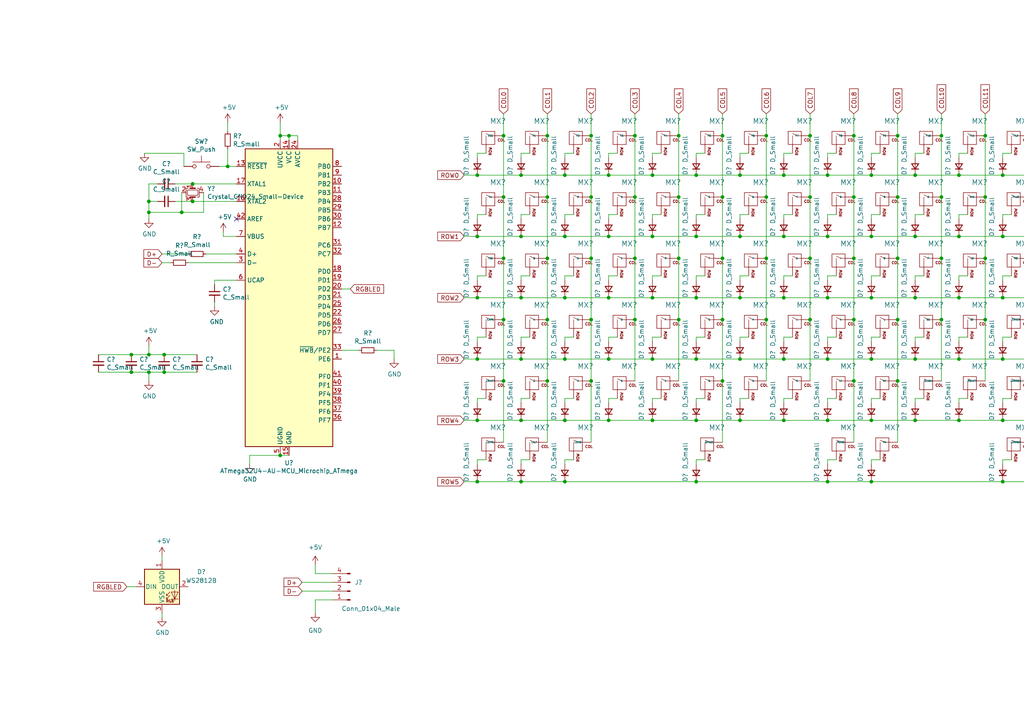
<source format=kicad_sch>
(kicad_sch (version 20211123) (generator eeschema)
  (paper "A4")
  (junction (at 265.43 104.14))
  (junction (at 189.23 86.36))
  (junction (at 196.85 74.93))
  (junction (at 303.53 86.36))
  (junction (at 278.13 68.58))
  (junction (at 138.43 50.8))
  (junction (at 222.25 74.93))
  (junction (at 247.65 110.49))
  (junction (at 240.03 86.36))
  (junction (at 278.13 50.8))
  (junction (at 214.63 121.92))
  (junction (at 52.705 61.595))
  (junction (at 171.45 110.49))
  (junction (at 47.625 107.95))
  (junction (at 163.83 68.58))
  (junction (at 252.73 86.36))
  (junction (at 146.05 39.37))
  (junction (at 260.35 74.93))
  (junction (at 227.33 104.14))
  (junction (at 227.33 86.36))
  (junction (at 184.15 92.71))
  (junction (at 184.15 57.15))
  (junction (at 240.03 139.7))
  (junction (at 171.45 74.93))
  (junction (at 252.73 68.58))
  (junction (at 163.83 104.14))
  (junction (at 323.85 110.49))
  (junction (at 214.63 104.14))
  (junction (at 189.23 68.58))
  (junction (at 146.05 110.49))
  (junction (at 184.15 74.93))
  (junction (at 196.85 92.71))
  (junction (at 285.75 74.93))
  (junction (at 209.55 110.49))
  (junction (at 158.75 74.93))
  (junction (at 201.93 104.14))
  (junction (at 138.43 121.92))
  (junction (at 66.04 48.26))
  (junction (at 227.33 50.8))
  (junction (at 240.03 68.58))
  (junction (at 260.35 92.71))
  (junction (at 323.85 92.71))
  (junction (at 151.13 139.7))
  (junction (at 260.35 110.49))
  (junction (at 209.55 39.37))
  (junction (at 151.13 68.58))
  (junction (at 247.65 74.93))
  (junction (at 196.85 39.37))
  (junction (at 176.53 121.92))
  (junction (at 43.18 58.42))
  (junction (at 151.13 121.92))
  (junction (at 290.83 50.8))
  (junction (at 214.63 50.8))
  (junction (at 146.05 92.71))
  (junction (at 214.63 86.36))
  (junction (at 273.05 39.37))
  (junction (at 176.53 86.36))
  (junction (at 176.53 50.8))
  (junction (at 196.85 57.15))
  (junction (at 240.03 104.14))
  (junction (at 38.1 107.95))
  (junction (at 201.93 139.7))
  (junction (at 234.95 92.71))
  (junction (at 290.83 104.14))
  (junction (at 146.05 57.15))
  (junction (at 163.83 86.36))
  (junction (at 38.1 102.87))
  (junction (at 285.75 92.71))
  (junction (at 158.75 110.49))
  (junction (at 227.33 121.92))
  (junction (at 43.18 102.87))
  (junction (at 303.53 139.7))
  (junction (at 222.25 57.15))
  (junction (at 146.05 74.93))
  (junction (at 234.95 57.15))
  (junction (at 158.75 92.71))
  (junction (at 171.45 92.71))
  (junction (at 189.23 50.8))
  (junction (at 298.45 57.15))
  (junction (at 323.85 74.93))
  (junction (at 298.45 39.37))
  (junction (at 151.13 104.14))
  (junction (at 298.45 92.71))
  (junction (at 273.05 92.71))
  (junction (at 323.85 57.15))
  (junction (at 252.73 139.7))
  (junction (at 240.03 50.8))
  (junction (at 176.53 68.58))
  (junction (at 201.93 50.8))
  (junction (at 290.83 86.36))
  (junction (at 55.88 58.42))
  (junction (at 209.55 74.93))
  (junction (at 189.23 121.92))
  (junction (at 171.45 39.37))
  (junction (at 265.43 68.58))
  (junction (at 298.45 110.49))
  (junction (at 311.15 57.15))
  (junction (at 201.93 68.58))
  (junction (at 273.05 57.15))
  (junction (at 247.65 92.71))
  (junction (at 201.93 86.36))
  (junction (at 278.13 86.36))
  (junction (at 47.625 102.87))
  (junction (at 285.75 39.37))
  (junction (at 158.75 57.15))
  (junction (at 81.28 39.37))
  (junction (at 209.55 92.71))
  (junction (at 163.83 50.8))
  (junction (at 222.25 92.71))
  (junction (at 81.28 132.08))
  (junction (at 138.43 139.7))
  (junction (at 260.35 57.15))
  (junction (at 252.73 104.14))
  (junction (at 171.45 57.15))
  (junction (at 252.73 121.92))
  (junction (at 163.83 121.92))
  (junction (at 138.43 104.14))
  (junction (at 311.15 39.37))
  (junction (at 285.75 57.15))
  (junction (at 234.95 74.93))
  (junction (at 311.15 74.93))
  (junction (at 176.53 104.14))
  (junction (at 201.93 121.92))
  (junction (at 222.25 39.37))
  (junction (at 240.03 121.92))
  (junction (at 290.83 68.58))
  (junction (at 265.43 121.92))
  (junction (at 43.18 61.595))
  (junction (at 83.82 39.37))
  (junction (at 189.23 104.14))
  (junction (at 247.65 39.37))
  (junction (at 265.43 50.8))
  (junction (at 278.13 121.92))
  (junction (at 278.13 104.14))
  (junction (at 234.95 39.37))
  (junction (at 247.65 57.15))
  (junction (at 265.43 86.36))
  (junction (at 252.73 50.8))
  (junction (at 303.53 68.58))
  (junction (at 214.63 68.58))
  (junction (at 158.75 39.37))
  (junction (at 227.33 68.58))
  (junction (at 43.18 107.95))
  (junction (at 290.83 139.7))
  (junction (at 163.83 139.7))
  (junction (at 138.43 68.58))
  (junction (at 209.55 57.15))
  (junction (at 298.45 74.93))
  (junction (at 273.05 74.93))
  (junction (at 55.88 53.34))
  (junction (at 138.43 86.36))
  (junction (at 260.35 39.37))
  (junction (at 151.13 50.8))
  (junction (at 184.15 39.37))
  (junction (at 290.83 121.92))
  (junction (at 151.13 86.36))
  (no_connect (at 68.58 63.5))
  (wire (pts (xy 298.45 92.71) (xy 298.45 110.49)))
  (wire (pts (xy 252.73 121.92) (xy 265.43 121.92)))
  (wire (pts (xy 234.95 33.02) (xy 234.95 39.37)))
  (wire (pts (xy 201.93 121.92) (xy 214.63 121.92)))
  (wire (pts (xy 163.83 50.8) (xy 176.53 50.8)))
  (wire (pts (xy 138.43 45.72) (xy 138.43 44.45)))
  (wire (pts (xy 234.95 92.71) (xy 234.95 110.49)))
  (wire (pts (xy 196.85 74.93) (xy 196.85 92.71)))
  (wire (pts (xy 59.055 55.88) (xy 59.055 61.595)))
  (wire (pts (xy 138.43 116.84) (xy 138.43 115.57)))
  (wire (pts (xy 171.45 92.71) (xy 171.45 110.49)))
  (wire (pts (xy 163.83 115.57) (xy 166.37 115.57)))
  (wire (pts (xy 303.53 63.5) (xy 303.53 62.23)))
  (wire (pts (xy 252.73 44.45) (xy 255.27 44.45)))
  (wire (pts (xy 163.83 99.06) (xy 163.83 97.79)))
  (wire (pts (xy 316.23 133.35) (xy 318.77 133.35)))
  (wire (pts (xy 176.53 44.45) (xy 179.07 44.45)))
  (wire (pts (xy 252.73 62.23) (xy 255.27 62.23)))
  (wire (pts (xy 46.99 177.8) (xy 46.99 179.07)))
  (wire (pts (xy 138.43 44.45) (xy 140.97 44.45)))
  (wire (pts (xy 163.83 116.84) (xy 163.83 115.57)))
  (wire (pts (xy 278.13 104.14) (xy 290.83 104.14)))
  (wire (pts (xy 265.43 116.84) (xy 265.43 115.57)))
  (wire (pts (xy 265.43 97.79) (xy 267.97 97.79)))
  (wire (pts (xy 163.83 81.28) (xy 163.83 80.01)))
  (wire (pts (xy 285.75 57.15) (xy 285.75 74.93)))
  (wire (pts (xy 163.83 97.79) (xy 166.37 97.79)))
  (wire (pts (xy 134.62 50.8) (xy 138.43 50.8)))
  (wire (pts (xy 240.03 97.79) (xy 242.57 97.79)))
  (wire (pts (xy 273.05 74.93) (xy 273.05 92.71)))
  (wire (pts (xy 201.93 81.28) (xy 201.93 80.01)))
  (wire (pts (xy 273.05 92.71) (xy 273.05 110.49)))
  (wire (pts (xy 214.63 97.79) (xy 217.17 97.79)))
  (wire (pts (xy 151.13 121.92) (xy 163.83 121.92)))
  (wire (pts (xy 158.75 33.02) (xy 158.75 39.37)))
  (wire (pts (xy 63.5 48.26) (xy 66.04 48.26)))
  (wire (pts (xy 196.85 39.37) (xy 196.85 57.15)))
  (wire (pts (xy 214.63 62.23) (xy 217.17 62.23)))
  (wire (pts (xy 66.04 38.1) (xy 66.04 35.56)))
  (wire (pts (xy 285.75 39.37) (xy 285.75 57.15)))
  (wire (pts (xy 28.575 102.87) (xy 38.1 102.87)))
  (wire (pts (xy 316.23 81.28) (xy 316.23 80.01)))
  (wire (pts (xy 99.06 83.82) (xy 101.6 83.82)))
  (wire (pts (xy 290.83 97.79) (xy 293.37 97.79)))
  (wire (pts (xy 201.93 86.36) (xy 214.63 86.36)))
  (wire (pts (xy 311.15 39.37) (xy 311.15 57.15)))
  (wire (pts (xy 278.13 68.58) (xy 290.83 68.58)))
  (wire (pts (xy 303.53 68.58) (xy 316.23 68.58)))
  (wire (pts (xy 214.63 86.36) (xy 227.33 86.36)))
  (wire (pts (xy 278.13 81.28) (xy 278.13 80.01)))
  (wire (pts (xy 184.15 39.37) (xy 184.15 57.15)))
  (wire (pts (xy 265.43 62.23) (xy 267.97 62.23)))
  (wire (pts (xy 151.13 68.58) (xy 163.83 68.58)))
  (wire (pts (xy 138.43 99.06) (xy 138.43 97.79)))
  (wire (pts (xy 214.63 104.14) (xy 227.33 104.14)))
  (wire (pts (xy 298.45 110.49) (xy 298.45 128.27)))
  (wire (pts (xy 285.75 74.93) (xy 285.75 92.71)))
  (wire (pts (xy 303.53 134.62) (xy 303.53 133.35)))
  (wire (pts (xy 214.63 81.28) (xy 214.63 80.01)))
  (wire (pts (xy 298.45 39.37) (xy 298.45 57.15)))
  (wire (pts (xy 252.73 97.79) (xy 255.27 97.79)))
  (wire (pts (xy 134.62 139.7) (xy 138.43 139.7)))
  (wire (pts (xy 247.65 74.93) (xy 247.65 92.71)))
  (wire (pts (xy 290.83 99.06) (xy 290.83 97.79)))
  (wire (pts (xy 290.83 50.8) (xy 303.53 50.8)))
  (wire (pts (xy 43.18 61.595) (xy 43.18 63.5)))
  (wire (pts (xy 163.83 80.01) (xy 166.37 80.01)))
  (wire (pts (xy 134.62 121.92) (xy 138.43 121.92)))
  (wire (pts (xy 285.75 33.02) (xy 285.75 39.37)))
  (wire (pts (xy 151.13 80.01) (xy 153.67 80.01)))
  (wire (pts (xy 227.33 44.45) (xy 229.87 44.45)))
  (wire (pts (xy 209.55 39.37) (xy 209.55 57.15)))
  (wire (pts (xy 189.23 81.28) (xy 189.23 80.01)))
  (wire (pts (xy 260.35 57.15) (xy 260.35 74.93)))
  (wire (pts (xy 260.35 33.02) (xy 260.35 39.37)))
  (wire (pts (xy 43.18 100.33) (xy 43.18 102.87)))
  (wire (pts (xy 38.1 102.87) (xy 43.18 102.87)))
  (wire (pts (xy 151.13 99.06) (xy 151.13 97.79)))
  (wire (pts (xy 227.33 68.58) (xy 240.03 68.58)))
  (wire (pts (xy 151.13 63.5) (xy 151.13 62.23)))
  (wire (pts (xy 171.45 74.93) (xy 171.45 92.71)))
  (wire (pts (xy 240.03 139.7) (xy 252.73 139.7)))
  (wire (pts (xy 201.93 50.8) (xy 214.63 50.8)))
  (wire (pts (xy 138.43 134.62) (xy 138.43 133.35)))
  (wire (pts (xy 86.36 39.37) (xy 86.36 40.64)))
  (wire (pts (xy 265.43 63.5) (xy 265.43 62.23)))
  (wire (pts (xy 201.93 134.62) (xy 201.93 133.35)))
  (wire (pts (xy 171.45 57.15) (xy 171.45 74.93)))
  (wire (pts (xy 265.43 80.01) (xy 267.97 80.01)))
  (wire (pts (xy 189.23 45.72) (xy 189.23 44.45)))
  (wire (pts (xy 227.33 50.8) (xy 240.03 50.8)))
  (wire (pts (xy 189.23 97.79) (xy 191.77 97.79)))
  (wire (pts (xy 83.82 39.37) (xy 86.36 39.37)))
  (wire (pts (xy 189.23 115.57) (xy 191.77 115.57)))
  (wire (pts (xy 298.45 74.93) (xy 298.45 92.71)))
  (wire (pts (xy 323.85 92.71) (xy 323.85 110.49)))
  (wire (pts (xy 222.25 39.37) (xy 222.25 57.15)))
  (wire (pts (xy 43.18 58.42) (xy 43.18 61.595)))
  (wire (pts (xy 290.83 62.23) (xy 293.37 62.23)))
  (wire (pts (xy 189.23 121.92) (xy 201.93 121.92)))
  (wire (pts (xy 316.23 63.5) (xy 316.23 62.23)))
  (wire (pts (xy 146.05 57.15) (xy 146.05 74.93)))
  (wire (pts (xy 227.33 115.57) (xy 229.87 115.57)))
  (wire (pts (xy 278.13 80.01) (xy 280.67 80.01)))
  (wire (pts (xy 66.04 43.18) (xy 66.04 48.26)))
  (wire (pts (xy 43.18 107.95) (xy 47.625 107.95)))
  (wire (pts (xy 189.23 50.8) (xy 201.93 50.8)))
  (wire (pts (xy 252.73 63.5) (xy 252.73 62.23)))
  (wire (pts (xy 201.93 116.84) (xy 201.93 115.57)))
  (wire (pts (xy 176.53 50.8) (xy 189.23 50.8)))
  (wire (pts (xy 227.33 45.72) (xy 227.33 44.45)))
  (wire (pts (xy 227.33 81.28) (xy 227.33 80.01)))
  (wire (pts (xy 96.52 173.99) (xy 91.44 173.99)))
  (wire (pts (xy 87.63 168.91) (xy 96.52 168.91)))
  (wire (pts (xy 290.83 45.72) (xy 290.83 44.45)))
  (wire (pts (xy 209.55 92.71) (xy 209.55 110.49)))
  (wire (pts (xy 290.83 121.92) (xy 316.23 121.92)))
  (wire (pts (xy 298.45 57.15) (xy 298.45 74.93)))
  (wire (pts (xy 252.73 104.14) (xy 265.43 104.14)))
  (wire (pts (xy 151.13 104.14) (xy 163.83 104.14)))
  (wire (pts (xy 151.13 97.79) (xy 153.67 97.79)))
  (wire (pts (xy 189.23 44.45) (xy 191.77 44.45)))
  (wire (pts (xy 265.43 121.92) (xy 278.13 121.92)))
  (wire (pts (xy 158.75 74.93) (xy 158.75 92.71)))
  (wire (pts (xy 247.65 33.02) (xy 247.65 39.37)))
  (wire (pts (xy 290.83 80.01) (xy 293.37 80.01)))
  (wire (pts (xy 176.53 68.58) (xy 189.23 68.58)))
  (wire (pts (xy 62.23 87.63) (xy 62.23 88.9)))
  (wire (pts (xy 323.85 74.93) (xy 323.85 92.71)))
  (wire (pts (xy 189.23 86.36) (xy 201.93 86.36)))
  (wire (pts (xy 265.43 45.72) (xy 265.43 44.45)))
  (wire (pts (xy 222.25 57.15) (xy 222.25 74.93)))
  (wire (pts (xy 316.23 80.01) (xy 318.77 80.01)))
  (wire (pts (xy 273.05 33.02) (xy 273.05 39.37)))
  (wire (pts (xy 247.65 92.71) (xy 247.65 110.49)))
  (wire (pts (xy 66.04 48.26) (xy 68.58 48.26)))
  (wire (pts (xy 53.34 48.26) (xy 53.34 44.45)))
  (wire (pts (xy 290.83 115.57) (xy 293.37 115.57)))
  (wire (pts (xy 260.35 110.49) (xy 260.35 128.27)))
  (wire (pts (xy 99.06 101.6) (xy 104.14 101.6)))
  (wire (pts (xy 138.43 62.23) (xy 140.97 62.23)))
  (wire (pts (xy 240.03 44.45) (xy 242.57 44.45)))
  (wire (pts (xy 227.33 99.06) (xy 227.33 97.79)))
  (wire (pts (xy 171.45 39.37) (xy 171.45 57.15)))
  (wire (pts (xy 214.63 50.8) (xy 227.33 50.8)))
  (wire (pts (xy 303.53 45.72) (xy 303.53 44.45)))
  (wire (pts (xy 196.85 92.71) (xy 196.85 110.49)))
  (wire (pts (xy 278.13 63.5) (xy 278.13 62.23)))
  (wire (pts (xy 252.73 50.8) (xy 265.43 50.8)))
  (wire (pts (xy 138.43 139.7) (xy 151.13 139.7)))
  (wire (pts (xy 311.15 74.93) (xy 311.15 128.27)))
  (wire (pts (xy 176.53 116.84) (xy 176.53 115.57)))
  (wire (pts (xy 290.83 116.84) (xy 290.83 115.57)))
  (wire (pts (xy 151.13 134.62) (xy 151.13 133.35)))
  (wire (pts (xy 201.93 80.01) (xy 204.47 80.01)))
  (wire (pts (xy 265.43 115.57) (xy 267.97 115.57)))
  (wire (pts (xy 189.23 62.23) (xy 191.77 62.23)))
  (wire (pts (xy 201.93 139.7) (xy 240.03 139.7)))
  (wire (pts (xy 290.83 133.35) (xy 293.37 133.35)))
  (wire (pts (xy 290.83 104.14) (xy 316.23 104.14)))
  (wire (pts (xy 290.83 139.7) (xy 303.53 139.7)))
  (wire (pts (xy 163.83 44.45) (xy 166.37 44.45)))
  (wire (pts (xy 176.53 63.5) (xy 176.53 62.23)))
  (wire (pts (xy 240.03 133.35) (xy 242.57 133.35)))
  (wire (pts (xy 273.05 57.15) (xy 273.05 74.93)))
  (wire (pts (xy 240.03 115.57) (xy 242.57 115.57)))
  (wire (pts (xy 201.93 133.35) (xy 204.47 133.35)))
  (wire (pts (xy 209.55 57.15) (xy 209.55 74.93)))
  (wire (pts (xy 214.63 63.5) (xy 214.63 62.23)))
  (wire (pts (xy 158.75 110.49) (xy 158.75 128.27)))
  (wire (pts (xy 176.53 80.01) (xy 179.07 80.01)))
  (wire (pts (xy 240.03 104.14) (xy 252.73 104.14)))
  (wire (pts (xy 278.13 44.45) (xy 280.67 44.45)))
  (wire (pts (xy 227.33 121.92) (xy 240.03 121.92)))
  (wire (pts (xy 176.53 97.79) (xy 179.07 97.79)))
  (wire (pts (xy 138.43 86.36) (xy 151.13 86.36)))
  (wire (pts (xy 240.03 80.01) (xy 242.57 80.01)))
  (wire (pts (xy 252.73 86.36) (xy 265.43 86.36)))
  (wire (pts (xy 201.93 44.45) (xy 204.47 44.45)))
  (wire (pts (xy 227.33 80.01) (xy 229.87 80.01)))
  (wire (pts (xy 81.28 132.08) (xy 83.82 132.08)))
  (wire (pts (xy 234.95 57.15) (xy 234.95 74.93)))
  (wire (pts (xy 38.1 107.95) (xy 43.18 107.95)))
  (wire (pts (xy 290.83 68.58) (xy 303.53 68.58)))
  (wire (pts (xy 171.45 110.49) (xy 171.45 128.27)))
  (wire (pts (xy 81.28 35.56) (xy 81.28 39.37)))
  (wire (pts (xy 214.63 68.58) (xy 227.33 68.58)))
  (wire (pts (xy 240.03 45.72) (xy 240.03 44.45)))
  (wire (pts (xy 52.705 61.595) (xy 43.18 61.595)))
  (wire (pts (xy 55.88 53.34) (xy 68.58 53.34)))
  (wire (pts (xy 72.39 132.08) (xy 72.39 134.62)))
  (wire (pts (xy 176.53 86.36) (xy 189.23 86.36)))
  (wire (pts (xy 290.83 81.28) (xy 290.83 80.01)))
  (wire (pts (xy 171.45 33.02) (xy 171.45 39.37)))
  (wire (pts (xy 81.28 39.37) (xy 81.28 40.64)))
  (wire (pts (xy 201.93 97.79) (xy 204.47 97.79)))
  (wire (pts (xy 278.13 121.92) (xy 290.83 121.92)))
  (wire (pts (xy 146.05 110.49) (xy 146.05 128.27)))
  (wire (pts (xy 114.3 104.14) (xy 114.3 101.6)))
  (wire (pts (xy 265.43 68.58) (xy 278.13 68.58)))
  (wire (pts (xy 278.13 45.72) (xy 278.13 44.45)))
  (wire (pts (xy 163.83 133.35) (xy 166.37 133.35)))
  (wire (pts (xy 151.13 62.23) (xy 153.67 62.23)))
  (wire (pts (xy 146.05 39.37) (xy 146.05 57.15)))
  (wire (pts (xy 260.35 74.93) (xy 260.35 92.71)))
  (wire (pts (xy 91.44 166.37) (xy 96.52 166.37)))
  (wire (pts (xy 46.99 161.29) (xy 46.99 162.56)))
  (wire (pts (xy 163.83 62.23) (xy 166.37 62.23)))
  (wire (pts (xy 196.85 33.02) (xy 196.85 39.37)))
  (wire (pts (xy 134.62 68.58) (xy 138.43 68.58)))
  (wire (pts (xy 303.53 44.45) (xy 306.07 44.45)))
  (wire (pts (xy 265.43 99.06) (xy 265.43 97.79)))
  (wire (pts (xy 201.93 63.5) (xy 201.93 62.23)))
  (wire (pts (xy 36.83 170.18) (xy 39.37 170.18)))
  (wire (pts (xy 54.61 76.2) (xy 68.58 76.2)))
  (wire (pts (xy 316.23 99.06) (xy 316.23 97.79)))
  (wire (pts (xy 303.53 133.35) (xy 306.07 133.35)))
  (wire (pts (xy 163.83 121.92) (xy 176.53 121.92)))
  (wire (pts (xy 234.95 74.93) (xy 234.95 92.71)))
  (wire (pts (xy 28.575 107.95) (xy 38.1 107.95)))
  (wire (pts (xy 265.43 81.28) (xy 265.43 80.01)))
  (wire (pts (xy 234.95 39.37) (xy 234.95 57.15)))
  (wire (pts (xy 138.43 68.58) (xy 151.13 68.58)))
  (wire (pts (xy 176.53 115.57) (xy 179.07 115.57)))
  (wire (pts (xy 316.23 62.23) (xy 318.77 62.23)))
  (wire (pts (xy 201.93 62.23) (xy 204.47 62.23)))
  (wire (pts (xy 290.83 44.45) (xy 293.37 44.45)))
  (wire (pts (xy 62.23 81.28) (xy 68.58 81.28)))
  (wire (pts (xy 134.62 86.36) (xy 138.43 86.36)))
  (wire (pts (xy 151.13 133.35) (xy 153.67 133.35)))
  (wire (pts (xy 81.28 39.37) (xy 83.82 39.37)))
  (wire (pts (xy 176.53 104.14) (xy 189.23 104.14)))
  (wire (pts (xy 53.34 44.45) (xy 41.91 44.45)))
  (wire (pts (xy 247.65 57.15) (xy 247.65 74.93)))
  (wire (pts (xy 311.15 33.02) (xy 311.15 39.37)))
  (wire (pts (xy 209.55 74.93) (xy 209.55 92.71)))
  (wire (pts (xy 81.28 132.08) (xy 72.39 132.08)))
  (wire (pts (xy 163.83 45.72) (xy 163.83 44.45)))
  (wire (pts (xy 43.18 53.34) (xy 45.72 53.34)))
  (wire (pts (xy 227.33 62.23) (xy 229.87 62.23)))
  (wire (pts (xy 265.43 44.45) (xy 267.97 44.45)))
  (wire (pts (xy 151.13 139.7) (xy 163.83 139.7)))
  (wire (pts (xy 158.75 92.71) (xy 158.75 110.49)))
  (wire (pts (xy 201.93 115.57) (xy 204.47 115.57)))
  (wire (pts (xy 278.13 116.84) (xy 278.13 115.57)))
  (wire (pts (xy 214.63 99.06) (xy 214.63 97.79)))
  (wire (pts (xy 227.33 116.84) (xy 227.33 115.57)))
  (wire (pts (xy 176.53 62.23) (xy 179.07 62.23)))
  (wire (pts (xy 189.23 116.84) (xy 189.23 115.57)))
  (wire (pts (xy 151.13 86.36) (xy 163.83 86.36)))
  (wire (pts (xy 189.23 63.5) (xy 189.23 62.23)))
  (wire (pts (xy 240.03 86.36) (xy 252.73 86.36)))
  (wire (pts (xy 252.73 116.84) (xy 252.73 115.57)))
  (wire (pts (xy 278.13 62.23) (xy 280.67 62.23)))
  (wire (pts (xy 240.03 81.28) (xy 240.03 80.01)))
  (wire (pts (xy 214.63 44.45) (xy 217.17 44.45)))
  (wire (pts (xy 184.15 92.71) (xy 184.15 110.49)))
  (wire (pts (xy 43.18 110.49) (xy 43.18 107.95)))
  (wire (pts (xy 290.83 134.62) (xy 290.83 133.35)))
  (wire (pts (xy 316.23 116.84) (xy 316.23 115.57)))
  (wire (pts (xy 227.33 63.5) (xy 227.33 62.23)))
  (wire (pts (xy 247.65 110.49) (xy 247.65 128.27)))
  (wire (pts (xy 151.13 81.28) (xy 151.13 80.01)))
  (wire (pts (xy 240.03 50.8) (xy 252.73 50.8)))
  (wire (pts (xy 214.63 121.92) (xy 227.33 121.92)))
  (wire (pts (xy 151.13 45.72) (xy 151.13 44.45)))
  (wire (pts (xy 240.03 116.84) (xy 240.03 115.57)))
  (wire (pts (xy 265.43 50.8) (xy 278.13 50.8)))
  (wire (pts (xy 163.83 86.36) (xy 176.53 86.36)))
  (wire (pts (xy 151.13 116.84) (xy 151.13 115.57)))
  (wire (pts (xy 184.15 74.93) (xy 184.15 92.71)))
  (wire (pts (xy 138.43 97.79) (xy 140.97 97.79)))
  (wire (pts (xy 316.23 134.62) (xy 316.23 133.35)))
  (wire (pts (xy 189.23 80.01) (xy 191.77 80.01)))
  (wire (pts (xy 240.03 68.58) (xy 252.73 68.58)))
  (wire (pts (xy 189.23 99.06) (xy 189.23 97.79)))
  (wire (pts (xy 43.18 102.87) (xy 47.625 102.87)))
  (wire (pts (xy 298.45 33.02) (xy 298.45 39.37)))
  (wire (pts (xy 278.13 99.06) (xy 278.13 97.79)))
  (wire (pts (xy 62.23 82.55) (xy 62.23 81.28)))
  (wire (pts (xy 176.53 81.28) (xy 176.53 80.01)))
  (wire (pts (xy 278.13 50.8) (xy 290.83 50.8)))
  (wire (pts (xy 247.65 39.37) (xy 247.65 57.15)))
  (wire (pts (xy 214.63 80.01) (xy 217.17 80.01)))
  (wire (pts (xy 290.83 86.36) (xy 303.53 86.36)))
  (wire (pts (xy 43.18 58.42) (xy 45.72 58.42)))
  (wire (pts (xy 201.93 45.72) (xy 201.93 44.45)))
  (wire (pts (xy 196.85 57.15) (xy 196.85 74.93)))
  (wire (pts (xy 273.05 39.37) (xy 273.05 57.15)))
  (wire (pts (xy 214.63 45.72) (xy 214.63 44.45)))
  (wire (pts (xy 146.05 33.02) (xy 146.05 39.37)))
  (wire (pts (xy 303.53 139.7) (xy 316.23 139.7)))
  (wire (pts (xy 252.73 68.58) (xy 265.43 68.58)))
  (wire (pts (xy 240.03 62.23) (xy 242.57 62.23)))
  (wire (pts (xy 316.23 115.57) (xy 318.77 115.57)))
  (wire (pts (xy 265.43 86.36) (xy 278.13 86.36)))
  (wire (pts (xy 163.83 104.14) (xy 176.53 104.14)))
  (wire (pts (xy 59.69 73.66) (xy 68.58 73.66)))
  (wire (pts (xy 114.3 101.6) (xy 109.22 101.6)))
  (wire (pts (xy 252.73 133.35) (xy 255.27 133.35)))
  (wire (pts (xy 163.83 139.7) (xy 201.93 139.7)))
  (wire (pts (xy 311.15 57.15) (xy 311.15 74.93)))
  (wire (pts (xy 252.73 139.7) (xy 290.83 139.7)))
  (wire (pts (xy 151.13 50.8) (xy 163.83 50.8)))
  (wire (pts (xy 46.99 76.2) (xy 49.53 76.2)))
  (wire (pts (xy 323.85 110.49) (xy 323.85 128.27)))
  (wire (pts (xy 57.15 102.87) (xy 47.625 102.87)))
  (wire (pts (xy 252.73 134.62) (xy 252.73 133.35)))
  (wire (pts (xy 227.33 86.36) (xy 240.03 86.36)))
  (wire (pts (xy 252.73 45.72) (xy 252.73 44.45)))
  (wire (pts (xy 252.73 99.06) (xy 252.73 97.79)))
  (wire (pts (xy 209.55 33.02) (xy 209.55 39.37)))
  (wire (pts (xy 46.99 73.66) (xy 54.61 73.66)))
  (wire (pts (xy 227.33 104.14) (xy 240.03 104.14)))
  (wire (pts (xy 138.43 104.14) (xy 151.13 104.14)))
  (wire (pts (xy 222.25 33.02) (xy 222.25 39.37)))
  (wire (pts (xy 163.83 134.62) (xy 163.83 133.35)))
  (wire (pts (xy 323.85 57.15) (xy 323.85 74.93)))
  (wire (pts (xy 138.43 133.35) (xy 140.97 133.35)))
  (wire (pts (xy 303.53 86.36) (xy 316.23 86.36)))
  (wire (pts (xy 265.43 104.14) (xy 278.13 104.14)))
  (wire (pts (xy 189.23 68.58) (xy 201.93 68.58)))
  (wire (pts (xy 176.53 99.06) (xy 176.53 97.79)))
  (wire (pts (xy 240.03 99.06) (xy 240.03 97.79)))
  (wire (pts (xy 303.53 62.23) (xy 306.07 62.23)))
  (wire (pts (xy 227.33 97.79) (xy 229.87 97.79)))
  (wire (pts (xy 83.82 39.37) (xy 83.82 40.64)))
  (wire (pts (xy 176.53 45.72) (xy 176.53 44.45)))
  (wire (pts (xy 240.03 63.5) (xy 240.03 62.23)))
  (wire (pts (xy 163.83 68.58) (xy 176.53 68.58)))
  (wire (pts (xy 222.25 92.71) (xy 222.25 110.49)))
  (wire (pts (xy 278.13 97.79) (xy 280.67 97.79)))
  (wire (pts (xy 209.55 110.49) (xy 209.55 128.27)))
  (wire (pts (xy 252.73 80.01) (xy 255.27 80.01)))
  (wire (pts (xy 290.83 63.5) (xy 290.83 62.23)))
  (wire (pts (xy 303.53 80.01) (xy 306.07 80.01)))
  (wire (pts (xy 278.13 115.57) (xy 280.67 115.57)))
  (wire (pts (xy 91.44 173.99) (xy 91.44 177.8)))
  (wire (pts (xy 184.15 33.02) (xy 184.15 39.37)))
  (wire (pts (xy 47.625 107.95) (xy 57.15 107.95)))
  (wire (pts (xy 50.8 58.42) (xy 55.88 58.42)))
  (wire (pts (xy 138.43 121.92) (xy 151.13 121.92)))
  (wire (pts (xy 64.77 68.58) (xy 68.58 68.58)))
  (wire (pts (xy 189.23 104.14) (xy 201.93 104.14)))
  (wire (pts (xy 176.53 121.92) (xy 189.23 121.92)))
  (wire (pts (xy 260.35 92.71) (xy 260.35 110.49)))
  (wire (pts (xy 201.93 68.58) (xy 214.63 68.58)))
  (wire (pts (xy 214.63 115.57) (xy 217.17 115.57)))
  (wire (pts (xy 138.43 81.28) (xy 138.43 80.01)))
  (wire (pts (xy 201.93 99.06) (xy 201.93 97.79)))
  (wire (pts (xy 240.03 134.62) (xy 240.03 133.35)))
  (wire (pts (xy 138.43 50.8) (xy 151.13 50.8)))
  (wire (pts (xy 43.18 53.34) (xy 43.18 58.42)))
  (wire (pts (xy 240.03 121.92) (xy 252.73 121.92)))
  (wire (pts (xy 158.75 39.37) (xy 158.75 57.15)))
  (wire (pts (xy 151.13 44.45) (xy 153.67 44.45)))
  (wire (pts (xy 252.73 115.57) (xy 255.27 115.57)))
  (wire (pts (xy 163.83 63.5) (xy 163.83 62.23)))
  (wire (pts (xy 91.44 163.83) (xy 91.44 166.37)))
  (wire (pts (xy 316.23 97.79) (xy 318.77 97.79)))
  (wire (pts (xy 134.62 104.14) (xy 138.43 104.14)))
  (wire (pts (xy 55.88 58.42) (xy 68.58 58.42)))
  (wire (pts (xy 303.53 81.28) (xy 303.53 80.01)))
  (wire (pts (xy 214.63 116.84) (xy 214.63 115.57)))
  (wire (pts (xy 146.05 92.71) (xy 146.05 110.49)))
  (wire (pts (xy 260.35 39.37) (xy 260.35 57.15)))
  (wire (pts (xy 138.43 115.57) (xy 140.97 115.57)))
  (wire (pts (xy 201.93 104.14) (xy 214.63 104.14)))
  (wire (pts (xy 59.055 61.595) (xy 52.705 61.595)))
  (wire (pts (xy 158.75 57.15) (xy 158.75 74.93)))
  (wire (pts (xy 252.73 81.28) (xy 252.73 80.01)))
  (wire (pts (xy 222.25 74.93) (xy 222.25 92.71)))
  (wire (pts (xy 64.77 67.31) (xy 64.77 68.58)))
  (wire (pts (xy 52.705 55.88) (xy 52.705 61.595)))
  (wire (pts (xy 87.63 171.45) (xy 96.52 171.45)))
  (wire (pts (xy 138.43 63.5) (xy 138.43 62.23)))
  (wire (pts (xy 146.05 74.93) (xy 146.05 92.71)))
  (wire (pts (xy 50.8 53.34) (xy 55.88 53.34)))
  (wire (pts (xy 184.15 57.15) (xy 184.15 74.93)))
  (wire (pts (xy 151.13 115.57) (xy 153.67 115.57)))
  (wire (pts (xy 285.75 92.71) (xy 285.75 110.49)))
  (wire (pts (xy 278.13 86.36) (xy 290.83 86.36)))
  (wire (pts (xy 323.85 33.02) (xy 323.85 57.15)))
  (wire (pts (xy 138.43 80.01) (xy 140.97 80.01)))
  (global_label "RGBLED" (shape input) (at 101.6 83.82 0) (property "Intersheet References" "${INTERSHEET_REFS}" (effects hide)))
  (global_label "RGBLED" (shape input) (at 36.83 170.18 180) (property "Intersheet References" "${INTERSHEET_REFS}" (effects hide)))
  (global_label "D+" (shape input) (at 46.99 73.66 180) (property "Intersheet References" "${INTERSHEET_REFS}" (effects hide)))
  (global_label "COL4" (shape input) (at 196.85 33.02 90) (property "Intersheet References" "${INTERSHEET_REFS}" (effects hide)))
  (global_label "COL10" (shape input) (at 273.05 33.02 90) (property "Intersheet References" "${INTERSHEET_REFS}" (effects hide)))
  (global_label "D-" (shape input) (at 87.63 171.45 180) (property "Intersheet References" "${INTERSHEET_REFS}" (effects hide)))
  (global_label "D+" (shape input) (at 87.63 168.91 180) (property "Intersheet References" "${INTERSHEET_REFS}" (effects hide)))
  (global_label "ROW5" (shape input) (at 134.62 139.7 180) (property "Intersheet References" "${INTERSHEET_REFS}" (effects hide)))
  (global_label "COL7" (shape input) (at 234.95 33.02 90) (property "Intersheet References" "${INTERSHEET_REFS}" (effects hide)))
  (global_label "ROW1" (shape input) (at 134.62 68.58 180) (property "Intersheet References" "${INTERSHEET_REFS}" (effects hide)))
  (global_label "D-" (shape input) (at 46.99 76.2 180) (property "Intersheet References" "${INTERSHEET_REFS}" (effects hide)))
  (global_label "ROW3" (shape input) (at 134.62 104.14 180) (property "Intersheet References" "${INTERSHEET_REFS}" (effects hide)))
  (global_label "COL1" (shape input) (at 158.75 33.02 90) (property "Intersheet References" "${INTERSHEET_REFS}" (effects hide)))
  (global_label "COL11" (shape input) (at 285.75 33.02 90) (property "Intersheet References" "${INTERSHEET_REFS}" (effects hide)))
  (global_label "COL0" (shape input) (at 146.05 33.02 90) (property "Intersheet References" "${INTERSHEET_REFS}" (effects hide)))
  (global_label "COL5" (shape input) (at 209.55 33.02 90) (property "Intersheet References" "${INTERSHEET_REFS}" (effects hide)))
  (global_label "COL2" (shape input) (at 171.45 33.02 90) (property "Intersheet References" "${INTERSHEET_REFS}" (effects hide)))
  (global_label "COL9" (shape input) (at 260.35 33.02 90) (property "Intersheet References" "${INTERSHEET_REFS}" (effects hide)))
  (global_label "COL6" (shape input) (at 222.25 33.02 90) (property "Intersheet References" "${INTERSHEET_REFS}" (effects hide)))
  (global_label "ROW4" (shape input) (at 134.62 121.92 180) (property "Intersheet References" "${INTERSHEET_REFS}" (effects hide)))
  (global_label "COL13" (shape input) (at 311.15 33.02 90) (property "Intersheet References" "${INTERSHEET_REFS}" (effects hide)))
  (global_label "COL14" (shape input) (at 323.85 33.02 90) (property "Intersheet References" "${INTERSHEET_REFS}" (effects hide)))
  (global_label "COL12" (shape input) (at 298.45 33.02 90) (property "Intersheet References" "${INTERSHEET_REFS}" (effects hide)))
  (global_label "ROW0" (shape input) (at 134.62 50.8 180) (property "Intersheet References" "${INTERSHEET_REFS}" (effects hide)))
  (global_label "COL3" (shape input) (at 184.15 33.02 90) (property "Intersheet References" "${INTERSHEET_REFS}" (effects hide)))
  (global_label "COL8" (shape input) (at 247.65 33.02 90) (property "Intersheet References" "${INTERSHEET_REFS}" (effects hide)))
  (global_label "ROW2" (shape input) (at 134.62 86.36 180) (property "Intersheet References" "${INTERSHEET_REFS}" (effects hide)))
  (symbol (lib_id "hw-keeb-pcb-rescue:ATmega32U4-AU-MCU_Microchip_ATmega") (at 83.82 86.36 0) (unit 1)
    (property "Reference" "U?" (at 83.82 134.2644 0))
    (property "Value" "ATmega32U4-AU-MCU_Microchip_ATmega" (at 83.82 136.5758 0))
    (property "Footprint" "Package_QFP:TQFP-44_10x10mm_P0.8mm" (effects hide))
    (property "Datasheet" "http://ww1.microchip.com/downloads/en/DeviceDoc/Atmel-7766-8-bit-AVR-ATmega16U4-32U4_Datasheet.pdf" (effects hide))
  )
  (symbol (lib_id "power:+5V") (at 81.28 35.56 0) (unit 1)
    (property "Reference" "#PWR?" (effects hide))
    (property "Value" "+5V" (at 81.661 31.1658 0))
  )
  (symbol (lib_id "power:GND") (at 72.39 134.62 0) (unit 1)
    (property "Reference" "#PWR?" (effects hide))
    (property "Value" "GND" (at 72.517 139.0142 0))
  )
  (symbol (lib_id "Device:R_Small") (at 106.68 101.6 270) (unit 1)
    (property "Reference" "R?" (at 106.68 96.6216 90))
    (property "Value" "R_Small" (at 106.68 98.933 90))
    (property "Footprint" "Resistor_SMD:R_0805_2012Metric" (effects hide))
  )
  (symbol (lib_id "power:GND") (at 114.3 104.14 0) (unit 1)
    (property "Reference" "#PWR?" (effects hide))
    (property "Value" "GND" (at 114.427 108.5342 0))
  )
  (symbol (lib_id "Device:R_Small") (at 57.15 73.66 270) (unit 1)
    (property "Reference" "R?" (at 57.15 68.6816 90))
    (property "Value" "R_Small" (at 57.15 70.993 90))
    (property "Footprint" "Resistor_SMD:R_0805_2012Metric" (effects hide))
  )
  (symbol (lib_id "Device:R_Small") (at 52.07 76.2 270) (unit 1)
    (property "Reference" "R?" (at 52.07 71.2216 90))
    (property "Value" "R_Small" (at 52.07 73.533 90))
    (property "Footprint" "Resistor_SMD:R_0805_2012Metric" (effects hide))
  )
  (symbol (lib_id "Device:C_Small") (at 62.23 85.09 0) (unit 1)
    (property "Reference" "C?" (at 64.5668 83.9216 0) (effects (justify left)))
    (property "Value" "C_Small" (at 64.5668 86.233 0) (effects (justify left)))
    (property "Footprint" "Capacitor_SMD:C_0805_2012Metric" (effects hide))
  )
  (symbol (lib_id "power:GND") (at 62.23 88.9 0) (unit 1)
    (property "Reference" "#PWR?" (effects hide))
    (property "Value" "GND" (at 62.865 93.345 0))
  )
  (symbol (lib_id "Device:C_Small") (at 38.1 105.41 0) (unit 1)
    (property "Reference" "C?" (at 40.4368 104.2416 0) (effects (justify left)))
    (property "Value" "C_Small" (at 40.4368 106.553 0) (effects (justify left)))
    (property "Footprint" "Capacitor_SMD:C_0805_2012Metric" (effects hide))
  )
  (symbol (lib_id "Device:C_Small") (at 47.625 105.41 0) (unit 1)
    (property "Reference" "C?" (at 49.9618 104.2416 0) (effects (justify left)))
    (property "Value" "C_Small" (at 49.9618 106.553 0) (effects (justify left)))
    (property "Footprint" "Capacitor_SMD:C_0805_2012Metric" (effects hide))
  )
  (symbol (lib_id "Device:C_Small") (at 57.15 105.41 0) (unit 1)
    (property "Reference" "C?" (at 59.4868 104.2416 0) (effects (justify left)))
    (property "Value" "C_Small" (at 59.4868 106.553 0) (effects (justify left)))
    (property "Footprint" "Capacitor_SMD:C_0805_2012Metric" (effects hide))
  )
  (symbol (lib_id "Device:C_Small") (at 28.575 105.41 0) (unit 1)
    (property "Reference" "C?" (at 30.9118 104.2416 0) (effects (justify left)))
    (property "Value" "C_Small" (at 30.9118 106.553 0) (effects (justify left)))
    (property "Footprint" "Capacitor_SMD:C_0805_2012Metric" (effects hide))
  )
  (symbol (lib_id "power:GND") (at 43.18 110.49 0) (unit 1)
    (property "Reference" "#PWR?" (effects hide))
    (property "Value" "GND" (at 43.307 114.8842 0))
  )
  (symbol (lib_id "power:+5V") (at 43.18 100.33 0) (unit 1)
    (property "Reference" "#PWR?" (effects hide))
    (property "Value" "+5V" (at 43.561 95.9358 0))
  )
  (symbol (lib_id "power:+5V") (at 64.77 67.31 0) (unit 1)
    (property "Reference" "#PWR?" (effects hide))
    (property "Value" "+5V" (at 65.151 62.9158 0))
  )
  (symbol (lib_id "hw-keeb-pcb-rescue:Crystal_GND24_Small-Device") (at 55.88 55.88 270) (unit 1)
    (property "Reference" "Y?" (at 60.0964 54.7116 90) (effects (justify left)))
    (property "Value" "Crystal_GND24_Small-Device" (at 60.0964 57.023 90) (effects (justify left)))
    (property "Footprint" "Crystal:Crystal_SMD_3225-4Pin_3.2x2.5mm" (effects hide))
  )
  (symbol (lib_id "power:GND") (at 43.18 63.5 0) (unit 1)
    (property "Reference" "#PWR?" (effects hide))
    (property "Value" "GND" (at 43.307 67.8942 0))
  )
  (symbol (lib_id "Device:C_Small") (at 48.26 53.34 270) (unit 1)
    (property "Reference" "C?" (at 48.26 47.5234 90))
    (property "Value" "C_Small" (at 48.26 49.8348 90))
    (property "Footprint" "Capacitor_SMD:C_0805_2012Metric" (effects hide))
  )
  (symbol (lib_id "Device:C_Small") (at 48.26 58.42 270) (unit 1)
    (property "Reference" "C?" (at 48.26 52.6034 90))
    (property "Value" "C_Small" (at 48.26 54.9148 90))
    (property "Footprint" "Capacitor_SMD:C_0805_2012Metric" (effects hide))
  )
  (symbol (lib_id "Switch:SW_Push") (at 58.42 48.26 0) (unit 1)
    (property "Reference" "SW?" (at 58.42 41.021 0))
    (property "Value" "SW_Push" (at 58.42 43.3324 0))
    (property "Footprint" "random-keyboard-parts:SKQG-1155865" (effects hide))
  )
  (symbol (lib_id "power:GND") (at 41.91 44.45 0) (unit 1)
    (property "Reference" "#PWR?" (effects hide))
    (property "Value" "GND" (at 42.037 48.8442 0))
  )
  (symbol (lib_id "Device:R_Small") (at 66.04 40.64 0) (unit 1)
    (property "Reference" "R?" (at 67.5386 39.4716 0) (effects (justify left)))
    (property "Value" "R_Small" (at 67.5386 41.783 0) (effects (justify left)))
    (property "Footprint" "Resistor_SMD:R_0805_2012Metric" (effects hide))
  )
  (symbol (lib_id "power:+5V") (at 66.04 35.56 0) (unit 1)
    (property "Reference" "#PWR?" (effects hide))
    (property "Value" "+5V" (at 66.421 31.1658 0))
  )
  (symbol (lib_id "MX_Alps_Hybrid:MX-NoLED") (at 142.24 40.64 0) (unit 1)
    (property "Reference" "MX?" (at 144.4244 35.1282 0) (effects (font (size 1.524 1.524))))
    (property "Value" "ESC" (at 142.24 39.37 0) (effects (font (size 0.508 0.508))))
    (property "Footprint" "MX_Alps_Hybrid:MX-1U-NoLED" (effects hide))
  )
  (symbol (lib_id "Device:D_Small") (at 138.43 48.26 90) (unit 1)
    (property "Reference" "D?" (at 135.255 48.26 0) (effects (justify right)))
    (property "Value" "D_Small" (at 135.255 39.37 0) (effects (justify right)))
    (property "Footprint" "Diode_SMD:D_SOD-123" (effects hide))
  )
  (symbol (lib_id "MX_Alps_Hybrid:MX-NoLED") (at 243.84 129.54 0) (unit 1)
    (property "Reference" "MX?" (at 246.0244 124.0282 0) (effects (font (size 1.524 1.524))))
    (property "Value" "RCMD" (at 243.84 128.27 0) (effects (font (size 0.508 0.508))))
    (property "Footprint" "MX_Alps_Hybrid:MX-1.25U-NoLED" (effects hide))
  )
  (symbol (lib_id "Device:D_Small") (at 189.23 119.38 90) (unit 1)
    (property "Reference" "D?" (at 186.055 119.38 0) (effects (justify right)))
    (property "Value" "D_Small" (at 186.055 110.49 0) (effects (justify right)))
    (property "Footprint" "Diode_SMD:D_SOD-123" (effects hide))
  )
  (symbol (lib_id "MX_Alps_Hybrid:MX-NoLED") (at 307.34 40.64 0) (unit 1)
    (property "Reference" "MX?" (at 309.5244 35.1282 0) (effects (font (size 1.524 1.524))))
    (property "Value" "F13" (at 307.34 39.37 0) (effects (font (size 0.508 0.508))))
    (property "Footprint" "MX_Alps_Hybrid:MX-1U-NoLED" (effects hide))
  )
  (symbol (lib_id "MX_Alps_Hybrid:MX-NoLED") (at 205.74 76.2 0) (unit 1)
    (property "Reference" "MX?" (at 207.9244 70.6882 0) (effects (font (size 1.524 1.524))))
    (property "Value" "T" (at 205.74 74.93 0) (effects (font (size 0.508 0.508))))
    (property "Footprint" "MX_Alps_Hybrid:MX-1U-NoLED" (effects hide))
  )
  (symbol (lib_id "MX_Alps_Hybrid:MX-NoLED") (at 231.14 111.76 0) (unit 1)
    (property "Reference" "MX?" (at 233.3244 106.2482 0) (effects (font (size 1.524 1.524))))
    (property "Value" "M" (at 231.14 110.49 0) (effects (font (size 0.508 0.508))))
    (property "Footprint" "MX_Alps_Hybrid:MX-1U-NoLED" (effects hide))
  )
  (symbol (lib_id "Device:D_Small") (at 189.23 66.04 90) (unit 1)
    (property "Reference" "D?" (at 186.055 66.04 0) (effects (justify right)))
    (property "Value" "D_Small" (at 186.055 57.15 0) (effects (justify right)))
    (property "Footprint" "Diode_SMD:D_SOD-123" (effects hide))
  )
  (symbol (lib_id "MX_Alps_Hybrid:MX-NoLED") (at 294.64 129.54 0) (unit 1)
    (property "Reference" "MX?" (at 296.8244 124.0282 0) (effects (font (size 1.524 1.524))))
    (property "Value" "LARROW" (at 294.64 128.27 0) (effects (font (size 0.508 0.508))))
    (property "Footprint" "MX_Alps_Hybrid:MX-1U-NoLED" (effects hide))
  )
  (symbol (lib_id "Device:D_Small") (at 278.13 66.04 90) (unit 1)
    (property "Reference" "D?" (at 274.955 66.04 0) (effects (justify right)))
    (property "Value" "D_Small" (at 274.955 57.15 0) (effects (justify right)))
    (property "Footprint" "Diode_SMD:D_SOD-123" (effects hide))
  )
  (symbol (lib_id "MX_Alps_Hybrid:MX-NoLED") (at 256.54 93.98 0) (unit 1)
    (property "Reference" "MX?" (at 258.7244 88.4682 0) (effects (font (size 1.524 1.524))))
    (property "Value" "L" (at 256.54 92.71 0) (effects (font (size 0.508 0.508))))
    (property "Footprint" "MX_Alps_Hybrid:MX-1U-NoLED" (effects hide))
  )
  (symbol (lib_id "Device:D_Small") (at 290.83 119.38 90) (unit 1)
    (property "Reference" "D?" (at 287.655 119.38 0) (effects (justify right)))
    (property "Value" "D_Small" (at 287.655 110.49 0) (effects (justify right)))
    (property "Footprint" "Diode_SMD:D_SOD-123" (effects hide))
  )
  (symbol (lib_id "Device:D_Small") (at 151.13 101.6 90) (unit 1)
    (property "Reference" "D?" (at 147.955 101.6 0) (effects (justify right)))
    (property "Value" "D_Small" (at 147.955 92.71 0) (effects (justify right)))
    (property "Footprint" "Diode_SMD:D_SOD-123" (effects hide))
  )
  (symbol (lib_id "MX_Alps_Hybrid:MX-NoLED") (at 205.74 40.64 0) (unit 1)
    (property "Reference" "MX?" (at 207.9244 35.1282 0) (effects (font (size 1.524 1.524))))
    (property "Value" "F5" (at 205.74 39.37 0) (effects (font (size 0.508 0.508))))
    (property "Footprint" "MX_Alps_Hybrid:MX-1U-NoLED" (effects hide))
  )
  (symbol (lib_id "Device:D_Small") (at 201.93 83.82 90) (unit 1)
    (property "Reference" "D?" (at 198.755 83.82 0) (effects (justify right)))
    (property "Value" "D_Small" (at 198.755 74.93 0) (effects (justify right)))
    (property "Footprint" "Diode_SMD:D_SOD-123" (effects hide))
  )
  (symbol (lib_id "Device:D_Small") (at 252.73 119.38 90) (unit 1)
    (property "Reference" "D?" (at 249.555 119.38 0) (effects (justify right)))
    (property "Value" "D_Small" (at 249.555 110.49 0) (effects (justify right)))
    (property "Footprint" "Diode_SMD:D_SOD-123" (effects hide))
  )
  (symbol (lib_id "MX_Alps_Hybrid:MX-NoLED") (at 180.34 76.2 0) (unit 1)
    (property "Reference" "MX?" (at 182.5244 70.6882 0) (effects (font (size 1.524 1.524))))
    (property "Value" "E" (at 180.34 74.93 0) (effects (font (size 0.508 0.508))))
    (property "Footprint" "MX_Alps_Hybrid:MX-1U-NoLED" (effects hide))
  )
  (symbol (lib_id "MX_Alps_Hybrid:MX-NoLED") (at 154.94 93.98 0) (unit 1)
    (property "Reference" "MX?" (at 157.1244 88.4682 0) (effects (font (size 1.524 1.524))))
    (property "Value" "A" (at 154.94 92.71 0) (effects (font (size 0.508 0.508))))
    (property "Footprint" "MX_Alps_Hybrid:MX-1U-NoLED" (effects hide))
  )
  (symbol (lib_id "MX_Alps_Hybrid:MX-NoLED") (at 231.14 40.64 0) (unit 1)
    (property "Reference" "MX?" (at 233.3244 35.1282 0) (effects (font (size 1.524 1.524))))
    (property "Value" "F7" (at 231.14 39.37 0) (effects (font (size 0.508 0.508))))
    (property "Footprint" "MX_Alps_Hybrid:MX-1U-NoLED" (effects hide))
  )
  (symbol (lib_id "Device:D_Small") (at 252.73 137.16 90) (unit 1)
    (property "Reference" "D?" (at 249.555 137.16 0) (effects (justify right)))
    (property "Value" "D_Small" (at 249.555 128.27 0) (effects (justify right)))
    (property "Footprint" "Diode_SMD:D_SOD-123" (effects hide))
  )
  (symbol (lib_id "MX_Alps_Hybrid:MX-NoLED") (at 218.44 40.64 0) (unit 1)
    (property "Reference" "MX?" (at 220.6244 35.1282 0) (effects (font (size 1.524 1.524))))
    (property "Value" "F6" (at 218.44 39.37 0) (effects (font (size 0.508 0.508))))
    (property "Footprint" "MX_Alps_Hybrid:MX-1U-NoLED" (effects hide))
  )
  (symbol (lib_id "MX_Alps_Hybrid:MX-NoLED") (at 281.94 111.76 0) (unit 1)
    (property "Reference" "MX?" (at 284.1244 106.2482 0) (effects (font (size 1.524 1.524))))
    (property "Value" "RSHIFT" (at 281.94 110.49 0) (effects (font (size 0.508 0.508))))
    (property "Footprint" "MX_Alps_Hybrid:MX-1.75U-NoLED" (effects hide))
  )
  (symbol (lib_id "Device:D_Small") (at 303.53 48.26 90) (unit 1)
    (property "Reference" "D?" (at 300.355 48.26 0) (effects (justify right)))
    (property "Value" "D_Small" (at 300.355 39.37 0) (effects (justify right)))
    (property "Footprint" "Diode_SMD:D_SOD-123" (effects hide))
  )
  (symbol (lib_id "Device:D_Small") (at 278.13 119.38 90) (unit 1)
    (property "Reference" "D?" (at 274.955 119.38 0) (effects (justify right)))
    (property "Value" "D_Small" (at 274.955 110.49 0) (effects (justify right)))
    (property "Footprint" "Diode_SMD:D_SOD-123" (effects hide))
  )
  (symbol (lib_id "MX_Alps_Hybrid:MX-NoLED") (at 193.04 40.64 0) (unit 1)
    (property "Reference" "MX?" (at 195.2244 35.1282 0) (effects (font (size 1.524 1.524))))
    (property "Value" "F4" (at 193.04 39.37 0) (effects (font (size 0.508 0.508))))
    (property "Footprint" "MX_Alps_Hybrid:MX-1U-NoLED" (effects hide))
  )
  (symbol (lib_id "MX_Alps_Hybrid:MX-NoLED") (at 154.94 40.64 0) (unit 1)
    (property "Reference" "MX?" (at 157.1244 35.1282 0) (effects (font (size 1.524 1.524))))
    (property "Value" "F1" (at 154.94 39.37 0) (effects (font (size 0.508 0.508))))
    (property "Footprint" "MX_Alps_Hybrid:MX-1U-NoLED" (effects hide))
  )
  (symbol (lib_id "Device:D_Small") (at 290.83 101.6 90) (unit 1)
    (property "Reference" "D?" (at 287.655 101.6 0) (effects (justify right)))
    (property "Value" "D_Small" (at 287.655 92.71 0) (effects (justify right)))
    (property "Footprint" "Diode_SMD:D_SOD-123" (effects hide))
  )
  (symbol (lib_id "Device:D_Small") (at 201.93 66.04 90) (unit 1)
    (property "Reference" "D?" (at 198.755 66.04 0) (effects (justify right)))
    (property "Value" "D_Small" (at 198.755 57.15 0) (effects (justify right)))
    (property "Footprint" "Diode_SMD:D_SOD-123" (effects hide))
  )
  (symbol (lib_id "MX_Alps_Hybrid:MX-NoLED") (at 142.24 93.98 0) (unit 1)
    (property "Reference" "MX?" (at 144.4244 88.4682 0) (effects (font (size 1.524 1.524))))
    (property "Value" "CAPS" (at 142.24 92.71 0) (effects (font (size 0.508 0.508))))
    (property "Footprint" "MX_Alps_Hybrid:MX-1.75U-NoLED" (effects hide))
  )
  (symbol (lib_id "Device:D_Small") (at 151.13 48.26 90) (unit 1)
    (property "Reference" "D?" (at 147.955 48.26 0) (effects (justify right)))
    (property "Value" "D_Small" (at 147.955 39.37 0) (effects (justify right)))
    (property "Footprint" "Diode_SMD:D_SOD-123" (effects hide))
  )
  (symbol (lib_id "Device:D_Small") (at 265.43 66.04 90) (unit 1)
    (property "Reference" "D?" (at 262.255 66.04 0) (effects (justify right)))
    (property "Value" "D_Small" (at 262.255 57.15 0) (effects (justify right)))
    (property "Footprint" "Diode_SMD:D_SOD-123" (effects hide))
  )
  (symbol (lib_id "Device:D_Small") (at 138.43 119.38 90) (unit 1)
    (property "Reference" "D?" (at 135.255 119.38 0) (effects (justify right)))
    (property "Value" "D_Small" (at 135.255 110.49 0) (effects (justify right)))
    (property "Footprint" "Diode_SMD:D_SOD-123" (effects hide))
  )
  (symbol (lib_id "Device:D_Small") (at 240.03 83.82 90) (unit 1)
    (property "Reference" "D?" (at 236.855 83.82 0) (effects (justify right)))
    (property "Value" "D_Small" (at 236.855 74.93 0) (effects (justify right)))
    (property "Footprint" "Diode_SMD:D_SOD-123" (effects hide))
  )
  (symbol (lib_id "MX_Alps_Hybrid:MX-NoLED") (at 193.04 58.42 0) (unit 1)
    (property "Reference" "MX?" (at 195.2244 52.9082 0) (effects (font (size 1.524 1.524))))
    (property "Value" "4" (at 193.04 57.15 0) (effects (font (size 0.508 0.508))))
    (property "Footprint" "MX_Alps_Hybrid:MX-1U-NoLED" (effects hide))
  )
  (symbol (lib_id "Device:D_Small") (at 214.63 66.04 90) (unit 1)
    (property "Reference" "D?" (at 211.455 66.04 0) (effects (justify right)))
    (property "Value" "D_Small" (at 211.455 57.15 0) (effects (justify right)))
    (property "Footprint" "Diode_SMD:D_SOD-123" (effects hide))
  )
  (symbol (lib_id "Device:D_Small") (at 240.03 101.6 90) (unit 1)
    (property "Reference" "D?" (at 236.855 101.6 0) (effects (justify right)))
    (property "Value" "D_Small" (at 236.855 92.71 0) (effects (justify right)))
    (property "Footprint" "Diode_SMD:D_SOD-123" (effects hide))
  )
  (symbol (lib_id "MX_Alps_Hybrid:MX-NoLED") (at 180.34 111.76 0) (unit 1)
    (property "Reference" "MX?" (at 182.5244 106.2482 0) (effects (font (size 1.524 1.524))))
    (property "Value" "C" (at 180.34 110.49 0) (effects (font (size 0.508 0.508))))
    (property "Footprint" "MX_Alps_Hybrid:MX-1U-NoLED" (effects hide))
  )
  (symbol (lib_id "Device:D_Small") (at 265.43 83.82 90) (unit 1)
    (property "Reference" "D?" (at 262.255 83.82 0) (effects (justify right)))
    (property "Value" "D_Small" (at 262.255 74.93 0) (effects (justify right)))
    (property "Footprint" "Diode_SMD:D_SOD-123" (effects hide))
  )
  (symbol (lib_id "Device:D_Small") (at 138.43 66.04 90) (unit 1)
    (property "Reference" "D?" (at 135.255 66.04 0) (effects (justify right)))
    (property "Value" "D_Small" (at 135.255 57.15 0) (effects (justify right)))
    (property "Footprint" "Diode_SMD:D_SOD-123" (effects hide))
  )
  (symbol (lib_id "MX_Alps_Hybrid:MX-NoLED") (at 269.24 40.64 0) (unit 1)
    (property "Reference" "MX?" (at 271.4244 35.1282 0) (effects (font (size 1.524 1.524))))
    (property "Value" "F10" (at 269.24 39.37 0) (effects (font (size 0.508 0.508))))
    (property "Footprint" "MX_Alps_Hybrid:MX-1U-NoLED" (effects hide))
  )
  (symbol (lib_id "MX_Alps_Hybrid:MX-NoLED") (at 167.64 40.64 0) (unit 1)
    (property "Reference" "MX?" (at 169.8244 35.1282 0) (effects (font (size 1.524 1.524))))
    (property "Value" "F2" (at 167.64 39.37 0) (effects (font (size 0.508 0.508))))
    (property "Footprint" "MX_Alps_Hybrid:MX-1U-NoLED" (effects hide))
  )
  (symbol (lib_id "MX_Alps_Hybrid:MX-NoLED") (at 320.04 58.42 0) (unit 1)
    (property "Reference" "MX?" (at 322.2244 52.9082 0) (effects (font (size 1.524 1.524))))
    (property "Value" "HOME" (at 320.04 57.15 0) (effects (font (size 0.508 0.508))))
    (property "Footprint" "MX_Alps_Hybrid:MX-1U-NoLED" (effects hide))
  )
  (symbol (lib_id "MX_Alps_Hybrid:MX-NoLED") (at 205.74 129.54 0) (unit 1)
    (property "Reference" "MX?" (at 207.9244 124.0282 0) (effects (font (size 1.524 1.524))))
    (property "Value" "SPACE" (at 205.74 128.27 0) (effects (font (size 0.508 0.508))))
    (property "Footprint" "MX_Alps_Hybrid:MX-6.25U-NoLED" (effects hide))
  )
  (symbol (lib_id "MX_Alps_Hybrid:MX-NoLED") (at 180.34 40.64 0) (unit 1)
    (property "Reference" "MX?" (at 182.5244 35.1282 0) (effects (font (size 1.524 1.524))))
    (property "Value" "F3" (at 180.34 39.37 0) (effects (font (size 0.508 0.508))))
    (property "Footprint" "MX_Alps_Hybrid:MX-1U-NoLED" (effects hide))
  )
  (symbol (lib_id "Device:D_Small") (at 163.83 48.26 90) (unit 1)
    (property "Reference" "D?" (at 160.655 48.26 0) (effects (justify right)))
    (property "Value" "D_Small" (at 160.655 39.37 0) (effects (justify right)))
    (property "Footprint" "Diode_SMD:D_SOD-123" (effects hide))
  )
  (symbol (lib_id "MX_Alps_Hybrid:MX-NoLED") (at 294.64 76.2 0) (unit 1)
    (property "Reference" "MX?" (at 296.8244 70.6882 0) (effects (font (size 1.524 1.524))))
    (property "Value" "RB" (at 294.64 74.93 0) (effects (font (size 0.508 0.508))))
    (property "Footprint" "MX_Alps_Hybrid:MX-1U-NoLED" (effects hide))
  )
  (symbol (lib_id "Device:D_Small") (at 163.83 119.38 90) (unit 1)
    (property "Reference" "D?" (at 160.655 119.38 0) (effects (justify right)))
    (property "Value" "D_Small" (at 160.655 110.49 0) (effects (justify right)))
    (property "Footprint" "Diode_SMD:D_SOD-123" (effects hide))
  )
  (symbol (lib_id "MX_Alps_Hybrid:MX-NoLED") (at 320.04 111.76 0) (unit 1)
    (property "Reference" "MX?" (at 322.2244 106.2482 0) (effects (font (size 1.524 1.524))))
    (property "Value" "END" (at 320.04 110.49 0) (effects (font (size 0.508 0.508))))
    (property "Footprint" "MX_Alps_Hybrid:MX-1U-NoLED" (effects hide))
  )
  (symbol (lib_id "MX_Alps_Hybrid:MX-NoLED") (at 193.04 76.2 0) (unit 1)
    (property "Reference" "MX?" (at 195.2244 70.6882 0) (effects (font (size 1.524 1.524))))
    (property "Value" "R" (at 193.04 74.93 0) (effects (font (size 0.508 0.508))))
    (property "Footprint" "MX_Alps_Hybrid:MX-1U-NoLED" (effects hide))
  )
  (symbol (lib_id "Device:D_Small") (at 214.63 83.82 90) (unit 1)
    (property "Reference" "D?" (at 211.455 83.82 0) (effects (justify right)))
    (property "Value" "D_Small" (at 211.455 74.93 0) (effects (justify right)))
    (property "Footprint" "Diode_SMD:D_SOD-123" (effects hide))
  )
  (symbol (lib_id "power:GND") (at 46.99 179.07 0) (unit 1)
    (property "Reference" "#PWR?" (effects hide))
    (property "Value" "GND" (at 47.117 183.4642 0))
  )
  (symbol (lib_id "Device:D_Small") (at 176.53 83.82 90) (unit 1)
    (property "Reference" "D?" (at 173.355 83.82 0) (effects (justify right)))
    (property "Value" "D_Small" (at 173.355 74.93 0) (effects (justify right)))
    (property "Footprint" "Diode_SMD:D_SOD-123" (effects hide))
  )
  (symbol (lib_id "Device:D_Small") (at 201.93 137.16 90) (unit 1)
    (property "Reference" "D?" (at 198.755 137.16 0) (effects (justify right)))
    (property "Value" "D_Small" (at 198.755 128.27 0) (effects (justify right)))
    (property "Footprint" "Diode_SMD:D_SOD-123" (effects hide))
  )
  (symbol (lib_id "MX_Alps_Hybrid:MX-NoLED") (at 154.94 58.42 0) (unit 1)
    (property "Reference" "MX?" (at 157.1244 52.9082 0) (effects (font (size 1.524 1.524))))
    (property "Value" "1" (at 154.94 57.15 0) (effects (font (size 0.508 0.508))))
    (property "Footprint" "MX_Alps_Hybrid:MX-1U-NoLED" (effects hide))
  )
  (symbol (lib_id "MX_Alps_Hybrid:MX-NoLED") (at 154.94 111.76 0) (unit 1)
    (property "Reference" "MX?" (at 157.1244 106.2482 0) (effects (font (size 1.524 1.524))))
    (property "Value" "Z" (at 154.94 110.49 0) (effects (font (size 0.508 0.508))))
    (property "Footprint" "MX_Alps_Hybrid:MX-1U-NoLED" (effects hide))
  )
  (symbol (lib_id "power:+5V") (at 91.44 163.83 0) (unit 1)
    (property "Reference" "#PWR?" (effects hide))
    (property "Value" "+5V" (at 91.44 158.75 0))
  )
  (symbol (lib_id "Device:D_Small") (at 290.83 83.82 90) (unit 1)
    (property "Reference" "D?" (at 287.655 83.82 0) (effects (justify right)))
    (property "Value" "D_Small" (at 287.655 74.93 0) (effects (justify right)))
    (property "Footprint" "Diode_SMD:D_SOD-123" (effects hide))
  )
  (symbol (lib_id "MX_Alps_Hybrid:MX-NoLED") (at 281.94 40.64 0) (unit 1)
    (property "Reference" "MX?" (at 284.1244 35.1282 0) (effects (font (size 1.524 1.524))))
    (property "Value" "F11" (at 281.94 39.37 0) (effects (font (size 0.508 0.508))))
    (property "Footprint" "MX_Alps_Hybrid:MX-1U-NoLED" (effects hide))
  )
  (symbol (lib_id "MX_Alps_Hybrid:MX-NoLED") (at 294.64 111.76 0) (unit 1)
    (property "Reference" "MX?" (at 296.8244 106.2482 0) (effects (font (size 1.524 1.524))))
    (property "Value" "UARROW" (at 294.64 110.49 0) (effects (font (size 0.508 0.508))))
    (property "Footprint" "MX_Alps_Hybrid:MX-1U-NoLED" (effects hide))
  )
  (symbol (lib_id "MX_Alps_Hybrid:MX-NoLED") (at 243.84 58.42 0) (unit 1)
    (property "Reference" "MX?" (at 246.0244 52.9082 0) (effects (font (size 1.524 1.524))))
    (property "Value" "8" (at 243.84 57.15 0) (effects (font (size 0.508 0.508))))
    (property "Footprint" "MX_Alps_Hybrid:MX-1U-NoLED" (effects hide))
  )
  (symbol (lib_id "MX_Alps_Hybrid:MX-NoLED") (at 205.74 111.76 0) (unit 1)
    (property "Reference" "MX?" (at 207.9244 106.2482 0) (effects (font (size 1.524 1.524))))
    (property "Value" "B" (at 205.74 110.49 0) (effects (font (size 0.508 0.508))))
    (property "Footprint" "MX_Alps_Hybrid:MX-1U-NoLED" (effects hide))
  )
  (symbol (lib_id "Connector:Conn_01x04_Male") (at 101.6 171.45 180) (unit 1)
    (property "Reference" "J?" (at 102.87 168.9099 0) (effects (justify right)))
    (property "Value" "Conn_01x04_Male" (at 99.06 176.53 0) (effects (justify right)))
  )
  (symbol (lib_id "MX_Alps_Hybrid:MX-NoLED") (at 256.54 58.42 0) (unit 1)
    (property "Reference" "MX?" (at 258.7244 52.9082 0) (effects (font (size 1.524 1.524))))
    (property "Value" "9" (at 256.54 57.15 0) (effects (font (size 0.508 0.508))))
    (property "Footprint" "MX_Alps_Hybrid:MX-1U-NoLED" (effects hide))
  )
  (symbol (lib_id "MX_Alps_Hybrid:MX-NoLED") (at 307.34 129.54 0) (unit 1)
    (property "Reference" "MX?" (at 309.5244 124.0282 0) (effects (font (size 1.524 1.524))))
    (property "Value" "DARROW" (at 307.34 128.27 0) (effects (font (size 0.508 0.508))))
    (property "Footprint" "MX_Alps_Hybrid:MX-1U-NoLED" (effects hide))
  )
  (symbol (lib_id "Device:D_Small") (at 278.13 48.26 90) (unit 1)
    (property "Reference" "D?" (at 274.955 48.26 0) (effects (justify right)))
    (property "Value" "D_Small" (at 274.955 39.37 0) (effects (justify right)))
    (property "Footprint" "Diode_SMD:D_SOD-123" (effects hide))
  )
  (symbol (lib_id "Device:D_Small") (at 290.83 137.16 90) (unit 1)
    (property "Reference" "D?" (at 287.655 137.16 0) (effects (justify right)))
    (property "Value" "D_Small" (at 287.655 128.27 0) (effects (justify right)))
    (property "Footprint" "Diode_SMD:D_SOD-123" (effects hide))
  )
  (symbol (lib_id "MX_Alps_Hybrid:MX-NoLED") (at 281.94 76.2 0) (unit 1)
    (property "Reference" "MX?" (at 284.1244 70.6882 0) (effects (font (size 1.524 1.524))))
    (property "Value" "LB" (at 281.94 74.93 0) (effects (font (size 0.508 0.508))))
    (property "Footprint" "MX_Alps_Hybrid:MX-1U-NoLED" (effects hide))
  )
  (symbol (lib_id "Device:D_Small") (at 163.83 83.82 90) (unit 1)
    (property "Reference" "D?" (at 160.655 83.82 0) (effects (justify right)))
    (property "Value" "D_Small" (at 160.655 74.93 0) (effects (justify right)))
    (property "Footprint" "Diode_SMD:D_SOD-123" (effects hide))
  )
  (symbol (lib_id "Device:D_Small") (at 316.23 137.16 90) (unit 1)
    (property "Reference" "D?" (at 313.055 137.16 0) (effects (justify right)))
    (property "Value" "D_Small" (at 313.055 128.27 0) (effects (justify right)))
    (property "Footprint" "Diode_SMD:D_SOD-123" (effects hide))
  )
  (symbol (lib_id "Device:D_Small") (at 252.73 83.82 90) (unit 1)
    (property "Reference" "D?" (at 249.555 83.82 0) (effects (justify right)))
    (property "Value" "D_Small" (at 249.555 74.93 0) (effects (justify right)))
    (property "Footprint" "Diode_SMD:D_SOD-123" (effects hide))
  )
  (symbol (lib_id "Device:D_Small") (at 227.33 66.04 90) (unit 1)
    (property "Reference" "D?" (at 224.155 66.04 0) (effects (justify right)))
    (property "Value" "D_Small" (at 224.155 57.15 0) (effects (justify right)))
    (property "Footprint" "Diode_SMD:D_SOD-123" (effects hide))
  )
  (symbol (lib_id "Device:D_Small") (at 227.33 48.26 90) (unit 1)
    (property "Reference" "D?" (at 224.155 48.26 0) (effects (justify right)))
    (property "Value" "D_Small" (at 224.155 39.37 0) (effects (justify right)))
    (property "Footprint" "Diode_SMD:D_SOD-123" (effects hide))
  )
  (symbol (lib_id "Device:D_Small") (at 252.73 48.26 90) (unit 1)
    (property "Reference" "D?" (at 249.555 48.26 0) (effects (justify right)))
    (property "Value" "D_Small" (at 249.555 39.37 0) (effects (justify right)))
    (property "Footprint" "Diode_SMD:D_SOD-123" (effects hide))
  )
  (symbol (lib_id "Device:D_Small") (at 176.53 66.04 90) (unit 1)
    (property "Reference" "D?" (at 173.355 66.04 0) (effects (justify right)))
    (property "Value" "D_Small" (at 173.355 57.15 0) (effects (justify right)))
    (property "Footprint" "Diode_SMD:D_SOD-123" (effects hide))
  )
  (symbol (lib_id "MX_Alps_Hybrid:MX-NoLED") (at 243.84 76.2 0) (unit 1)
    (property "Reference" "MX?" (at 246.0244 70.6882 0) (effects (font (size 1.524 1.524))))
    (property "Value" "I" (at 243.84 74.93 0) (effects (font (size 0.508 0.508))))
    (property "Footprint" "MX_Alps_Hybrid:MX-1U-NoLED" (effects hide))
  )
  (symbol (lib_id "MX_Alps_Hybrid:MX-NoLED") (at 320.04 93.98 0) (unit 1)
    (property "Reference" "MX?" (at 322.2244 88.4682 0) (effects (font (size 1.524 1.524))))
    (property "Value" "PGDN" (at 320.04 92.71 0) (effects (font (size 0.508 0.508))))
    (property "Footprint" "MX_Alps_Hybrid:MX-1U-NoLED" (effects hide))
  )
  (symbol (lib_id "Device:D_Small") (at 240.03 66.04 90) (unit 1)
    (property "Reference" "D?" (at 236.855 66.04 0) (effects (justify right)))
    (property "Value" "D_Small" (at 236.855 57.15 0) (effects (justify right)))
    (property "Footprint" "Diode_SMD:D_SOD-123" (effects hide))
  )
  (symbol (lib_id "MX_Alps_Hybrid:MX-NoLED") (at 307.34 76.2 0) (unit 1)
    (property "Reference" "MX?" (at 309.5244 70.6882 0) (effects (font (size 1.524 1.524))))
    (property "Value" "BSLASH" (at 307.34 74.93 0) (effects (font (size 0.508 0.508))))
    (property "Footprint" "MX_Alps_Hybrid:MX-1.5U-NoLED" (effects hide))
  )
  (symbol (lib_id "Device:D_Small") (at 138.43 101.6 90) (unit 1)
    (property "Reference" "D?" (at 135.255 101.6 0) (effects (justify right)))
    (property "Value" "D_Small" (at 135.255 92.71 0) (effects (justify right)))
    (property "Footprint" "Diode_SMD:D_SOD-123" (effects hide))
  )
  (symbol (lib_id "MX_Alps_Hybrid:MX-NoLED") (at 281.94 93.98 0) (unit 1)
    (property "Reference" "MX?" (at 284.1244 88.4682 0) (effects (font (size 1.524 1.524))))
    (property "Value" "QT" (at 281.94 92.71 0) (effects (font (size 0.508 0.508))))
    (property "Footprint" "MX_Alps_Hybrid:MX-1U-NoLED" (effects hide))
  )
  (symbol (lib_id "MX_Alps_Hybrid:MX-NoLED") (at 269.24 58.42 0) (unit 1)
    (property "Reference" "MX?" (at 271.4244 52.9082 0) (effects (font (size 1.524 1.524))))
    (property "Value" "0" (at 269.24 57.15 0) (effects (font (size 0.508 0.508))))
    (property "Footprint" "MX_Alps_Hybrid:MX-1U-NoLED" (effects hide))
  )
  (symbol (lib_id "Device:D_Small") (at 138.43 137.16 90) (unit 1)
    (property "Reference" "D?" (at 135.255 137.16 0) (effects (justify right)))
    (property "Value" "D_Small" (at 135.255 128.27 0) (effects (justify right)))
    (property "Footprint" "Diode_SMD:D_SOD-123" (effects hide))
  )
  (symbol (lib_id "Device:D_Small") (at 290.83 66.04 90) (unit 1)
    (property "Reference" "D?" (at 287.655 66.04 0) (effects (justify right)))
    (property "Value" "D_Small" (at 287.655 57.15 0) (effects (justify right)))
    (property "Footprint" "Diode_SMD:D_SOD-123" (effects hide))
  )
  (symbol (lib_id "MX_Alps_Hybrid:MX-NoLED") (at 167.64 93.98 0) (unit 1)
    (property "Reference" "MX?" (at 169.8244 88.4682 0) (effects (font (size 1.524 1.524))))
    (property "Value" "S" (at 167.64 92.71 0) (effects (font (size 0.508 0.508))))
    (property "Footprint" "MX_Alps_Hybrid:MX-1U-NoLED" (effects hide))
  )
  (symbol (lib_id "Device:D_Small") (at 227.33 83.82 90) (unit 1)
    (property "Reference" "D?" (at 224.155 83.82 0) (effects (justify right)))
    (property "Value" "D_Small" (at 224.155 74.93 0) (effects (justify right)))
    (property "Footprint" "Diode_SMD:D_SOD-123" (effects hide))
  )
  (symbol (lib_id "Device:D_Small") (at 163.83 137.16 90) (unit 1)
    (property "Reference" "D?" (at 160.655 137.16 0) (effects (justify right)))
    (property "Value" "D_Small" (at 160.655 128.27 0) (effects (justify right)))
    (property "Footprint" "Diode_SMD:D_SOD-123" (effects hide))
  )
  (symbol (lib_id "Device:D_Small") (at 290.83 48.26 90) (unit 1)
    (property "Reference" "D?" (at 287.655 48.26 0) (effects (justify right)))
    (property "Value" "D_Small" (at 287.655 39.37 0) (effects (justify right)))
    (property "Footprint" "Diode_SMD:D_SOD-123" (effects hide))
  )
  (symbol (lib_id "Device:D_Small") (at 278.13 101.6 90) (unit 1)
    (property "Reference" "D?" (at 274.955 101.6 0) (effects (justify right)))
    (property "Value" "D_Small" (at 274.955 92.71 0) (effects (justify right)))
    (property "Footprint" "Diode_SMD:D_SOD-123" (effects hide))
  )
  (symbol (lib_id "Device:D_Small") (at 227.33 101.6 90) (unit 1)
    (property "Reference" "D?" (at 224.155 101.6 0) (effects (justify right)))
    (property "Value" "D_Small" (at 224.155 92.71 0) (effects (justify right)))
    (property "Footprint" "Diode_SMD:D_SOD-123" (effects hide))
  )
  (symbol (lib_id "MX_Alps_Hybrid:MX-NoLED") (at 205.74 58.42 0) (unit 1)
    (property "Reference" "MX?" (at 207.9244 52.9082 0) (effects (font (size 1.524 1.524))))
    (property "Value" "5" (at 205.74 57.15 0) (effects (font (size 0.508 0.508))))
    (property "Footprint" "MX_Alps_Hybrid:MX-1U-NoLED" (effects hide))
  )
  (symbol (lib_id "MX_Alps_Hybrid:MX-NoLED") (at 193.04 93.98 0) (unit 1)
    (property "Reference" "MX?" (at 195.2244 88.4682 0) (effects (font (size 1.524 1.524))))
    (property "Value" "F" (at 193.04 92.71 0) (effects (font (size 0.508 0.508))))
    (property "Footprint" "MX_Alps_Hybrid:MX-1U-NoLED" (effects hide))
  )
  (symbol (lib_id "MX_Alps_Hybrid:MX-NoLED") (at 218.44 76.2 0) (unit 1)
    (property "Reference" "MX?" (at 220.6244 70.6882 0) (effects (font (size 1.524 1.524))))
    (property "Value" "Y" (at 218.44 74.93 0) (effects (font (size 0.508 0.508))))
    (property "Footprint" "MX_Alps_Hybrid:MX-1U-NoLED" (effects hide))
  )
  (symbol (lib_id "MX_Alps_Hybrid:MX-NoLED") (at 281.94 58.42 0) (unit 1)
    (property "Reference" "MX?" (at 284.1244 52.9082 0) (effects (font (size 1.524 1.524))))
    (property "Value" "MIN" (at 281.94 57.15 0) (effects (font (size 0.508 0.508))))
    (property "Footprint" "MX_Alps_Hybrid:MX-1U-NoLED" (effects hide))
  )
  (symbol (lib_id "MX_Alps_Hybrid:MX-NoLED") (at 294.64 58.42 0) (unit 1)
    (property "Reference" "MX?" (at 296.8244 52.9082 0) (effects (font (size 1.524 1.524))))
    (property "Value" "PLUS" (at 294.64 57.15 0) (effects (font (size 0.508 0.508))))
    (property "Footprint" "MX_Alps_Hybrid:MX-1U-NoLED" (effects hide))
  )
  (symbol (lib_id "Device:D_Small") (at 303.53 66.04 90) (unit 1)
    (property "Reference" "D?" (at 300.355 66.04 0) (effects (justify right)))
    (property "Value" "D_Small" (at 300.355 57.15 0) (effects (justify right)))
    (property "Footprint" "Diode_SMD:D_SOD-123" (effects hide))
  )
  (symbol (lib_id "Device:D_Small") (at 303.53 137.16 90) (unit 1)
    (property "Reference" "D?" (at 300.355 137.16 0) (effects (justify right)))
    (property "Value" "D_Small" (at 300.355 128.27 0) (effects (justify right)))
    (property "Footprint" "Diode_SMD:D_SOD-123" (effects hide))
  )
  (symbol (lib_id "MX_Alps_Hybrid:MX-NoLED") (at 231.14 93.98 0) (unit 1)
    (property "Reference" "MX?" (at 233.3244 88.4682 0) (effects (font (size 1.524 1.524))))
    (property "Value" "J" (at 231.14 92.71 0) (effects (font (size 0.508 0.508))))
    (property "Footprint" "MX_Alps_Hybrid:MX-1U-NoLED" (effects hide))
  )
  (symbol (lib_id "MX_Alps_Hybrid:MX-NoLED") (at 231.14 76.2 0) (unit 1)
    (property "Reference" "MX?" (at 233.3244 70.6882 0) (effects (font (size 1.524 1.524))))
    (property "Value" "U" (at 231.14 74.93 0) (effects (font (size 0.508 0.508))))
    (property "Footprint" "MX_Alps_Hybrid:MX-1U-NoLED" (effects hide))
  )
  (symbol (lib_id "MX_Alps_Hybrid:MX-NoLED") (at 218.44 93.98 0) (unit 1)
    (property "Reference" "MX?" (at 220.6244 88.4682 0) (effects (font (size 1.524 1.524))))
    (property "Value" "H" (at 218.44 92.71 0) (effects (font (size 0.508 0.508))))
    (property "Footprint" "MX_Alps_Hybrid:MX-1U-NoLED" (effects hide))
  )
  (symbol (lib_id "MX_Alps_Hybrid:MX-NoLED") (at 256.54 76.2 0) (unit 1)
    (property "Reference" "MX?" (at 258.7244 70.6882 0) (effects (font (size 1.524 1.524))))
    (property "Value" "O" (at 256.54 74.93 0) (effects (font (size 0.508 0.508))))
    (property "Footprint" "MX_Alps_Hybrid:MX-1U-NoLED" (effects hide))
  )
  (symbol (lib_id "Device:D_Small") (at 316.23 83.82 90) (unit 1)
    (property "Reference" "D?" (at 313.055 83.82 0) (effects (justify right)))
    (property "Value" "D_Small" (at 313.055 74.93 0) (effects (justify right)))
    (property "Footprint" "Diode_SMD:D_SOD-123" (effects hide))
  )
  (symbol (lib_id "MX_Alps_Hybrid:MX-NoLED") (at 231.14 58.42 0) (unit 1)
    (property "Reference" "MX?" (at 233.3244 52.9082 0) (effects (font (size 1.524 1.524))))
    (property "Value" "7" (at 231.14 57.15 0) (effects (font (size 0.508 0.508))))
    (property "Footprint" "MX_Alps_Hybrid:MX-1U-NoLED" (effects hide))
  )
  (symbol (lib_id "Device:D_Small") (at 214.63 48.26 90) (unit 1)
    (property "Reference" "D?" (at 211.455 48.26 0) (effects (justify right)))
    (property "Value" "D_Small" (at 211.455 39.37 0) (effects (justify right)))
    (property "Footprint" "Diode_SMD:D_SOD-123" (effects hide))
  )
  (symbol (lib_id "Device:D_Small") (at 163.83 66.04 90) (unit 1)
    (property "Reference" "D?" (at 160.655 66.04 0) (effects (justify right)))
    (property "Value" "D_Small" (at 160.655 57.15 0) (effects (justify right)))
    (property "Footprint" "Diode_SMD:D_SOD-123" (effects hide))
  )
  (symbol (lib_id "MX_Alps_Hybrid:MX-NoLED") (at 205.74 93.98 0) (unit 1)
    (property "Reference" "MX?" (at 207.9244 88.4682 0) (effects (font (size 1.524 1.524))))
    (property "Value" "G" (at 205.74 92.71 0) (effects (font (size 0.508 0.508))))
    (property "Footprint" "MX_Alps_Hybrid:MX-1U-NoLED" (effects hide))
  )
  (symbol (lib_id "MX_Alps_Hybrid:MX-NoLED") (at 218.44 58.42 0) (unit 1)
    (property "Reference" "MX?" (at 220.6244 52.9082 0) (effects (font (size 1.524 1.524))))
    (property "Value" "6" (at 218.44 57.15 0) (effects (font (size 0.508 0.508))))
    (property "Footprint" "MX_Alps_Hybrid:MX-1U-NoLED" (effects hide))
  )
  (symbol (lib_id "Device:D_Small") (at 316.23 101.6 90) (unit 1)
    (property "Reference" "D?" (at 313.055 101.6 0) (effects (justify right)))
    (property "Value" "D_Small" (at 313.055 92.71 0) (effects (justify right)))
    (property "Footprint" "Diode_SMD:D_SOD-123" (effects hide))
  )
  (symbol (lib_id "MX_Alps_Hybrid:MX-NoLED") (at 243.84 93.98 0) (unit 1)
    (property "Reference" "MX?" (at 246.0244 88.4682 0) (effects (font (size 1.524 1.524))))
    (property "Value" "K" (at 243.84 92.71 0) (effects (font (size 0.508 0.508))))
    (property "Footprint" "MX_Alps_Hybrid:MX-1U-NoLED" (effects hide))
  )
  (symbol (lib_id "Device:D_Small") (at 189.23 48.26 90) (unit 1)
    (property "Reference" "D?" (at 186.055 48.26 0) (effects (justify right)))
    (property "Value" "D_Small" (at 186.055 39.37 0) (effects (justify right)))
    (property "Footprint" "Diode_SMD:D_SOD-123" (effects hide))
  )
  (symbol (lib_id "Device:D_Small") (at 265.43 119.38 90) (unit 1)
    (property "Reference" "D?" (at 262.255 119.38 0) (effects (justify right)))
    (property "Value" "D_Small" (at 262.255 110.49 0) (effects (justify right)))
    (property "Footprint" "Diode_SMD:D_SOD-123" (effects hide))
  )
  (symbol (lib_id "Device:D_Small") (at 163.83 101.6 90) (unit 1)
    (property "Reference" "D?" (at 160.655 101.6 0) (effects (justify right)))
    (property "Value" "D_Small" (at 160.655 92.71 0) (effects (justify right)))
    (property "Footprint" "Diode_SMD:D_SOD-123" (effects hide))
  )
  (symbol (lib_id "MX_Alps_Hybrid:MX-NoLED") (at 167.64 129.54 0) (unit 1)
    (property "Reference" "MX?" (at 169.8244 124.0282 0) (effects (font (size 1.524 1.524))))
    (property "Value" "LCMD" (at 167.64 128.27 0) (effects (font (size 0.508 0.508))))
    (property "Footprint" "MX_Alps_Hybrid:MX-1.25U-NoLED" (effects hide))
  )
  (symbol (lib_id "MX_Alps_Hybrid:MX-NoLED") (at 307.34 58.42 0) (unit 1)
    (property "Reference" "MX?" (at 309.5244 52.9082 0) (effects (font (size 1.524 1.524))))
    (property "Value" "BS" (at 307.34 57.15 0) (effects (font (size 0.508 0.508))))
    (property "Footprint" "MX_Alps_Hybrid:MX-2U-NoLED" (effects hide))
  )
  (symbol (lib_id "MX_Alps_Hybrid:MX-NoLED") (at 320.04 76.2 0) (unit 1)
    (property "Reference" "MX?" (at 322.2244 70.6882 0) (effects (font (size 1.524 1.524))))
    (property "Value" "PGUP" (at 320.04 74.93 0) (effects (font (size 0.508 0.508))))
    (property "Footprint" "MX_Alps_Hybrid:MX-1U-NoLED" (effects hide))
  )
  (symbol (lib_id "MX_Alps_Hybrid:MX-NoLED") (at 256.54 111.76 0) (unit 1)
    (property "Reference" "MX?" (at 258.7244 106.2482 0) (effects (font (size 1.524 1.524))))
    (property "Value" "MT" (at 256.54 110.49 0) (effects (font (size 0.508 0.508))))
    (property "Footprint" "MX_Alps_Hybrid:MX-1U-NoLED" (effects hide))
  )
  (symbol (lib_id "Device:D_Small") (at 265.43 101.6 90) (unit 1)
    (property "Reference" "D?" (at 262.255 101.6 0) (effects (justify right)))
    (property "Value" "D_Small" (at 262.255 92.71 0) (effects (justify right)))
    (property "Footprint" "Diode_SMD:D_SOD-123" (effects hide))
  )
  (symbol (lib_id "MX_Alps_Hybrid:MX-NoLED") (at 154.94 76.2 0) (unit 1)
    (property "Reference" "MX?" (at 157.1244 70.6882 0) (effects (font (size 1.524 1.524))))
    (property "Value" "Q" (at 154.94 74.93 0) (effects (font (size 0.508 0.508))))
    (property "Footprint" "MX_Alps_Hybrid:MX-1U-NoLED" (effects hide))
  )
  (symbol (lib_id "Device:D_Small") (at 201.93 101.6 90) (unit 1)
    (property "Reference" "D?" (at 198.755 101.6 0) (effects (justify right)))
    (property "Value" "D_Small" (at 198.755 92.71 0) (effects (justify right)))
    (property "Footprint" "Diode_SMD:D_SOD-123" (effects hide))
  )
  (symbol (lib_id "Device:D_Small") (at 176.53 119.38 90) (unit 1)
    (property "Reference" "D?" (at 173.355 119.38 0) (effects (justify right)))
    (property "Value" "D_Small" (at 173.355 110.49 0) (effects (justify right)))
    (property "Footprint" "Diode_SMD:D_SOD-123" (effects hide))
  )
  (symbol (lib_id "MX_Alps_Hybrid:MX-NoLED") (at 256.54 40.64 0) (unit 1)
    (property "Reference" "MX?" (at 258.7244 35.1282 0) (effects (font (size 1.524 1.524))))
    (property "Value" "F9" (at 256.54 39.37 0) (effects (font (size 0.508 0.508))))
    (property "Footprint" "MX_Alps_Hybrid:MX-1U-NoLED" (effects hide))
  )
  (symbol (lib_id "Device:D_Small") (at 151.13 137.16 90) (unit 1)
    (property "Reference" "D?" (at 147.955 137.16 0) (effects (justify right)))
    (property "Value" "D_Small" (at 147.955 128.27 0) (effects (justify right)))
    (property "Footprint" "Diode_SMD:D_SOD-123" (effects hide))
  )
  (symbol (lib_id "Device:D_Small") (at 316.23 119.38 90) (unit 1)
    (property "Reference" "D?" (at 313.055 119.38 0) (effects (justify right)))
    (property "Value" "D_Small" (at 313.055 110.49 0) (effects (justify right)))
    (property "Footprint" "Diode_SMD:D_SOD-123" (effects hide))
  )
  (symbol (lib_id "MX_Alps_Hybrid:MX-NoLED") (at 180.34 58.42 0) (unit 1)
    (property "Reference" "MX?" (at 182.5244 52.9082 0) (effects (font (size 1.524 1.524))))
    (property "Value" "3" (at 180.34 57.15 0) (effects (font (size 0.508 0.508))))
    (property "Footprint" "MX_Alps_Hybrid:MX-1U-NoLED" (effects hide))
  )
  (symbol (lib_id "MX_Alps_Hybrid:MX-NoLED") (at 180.34 93.98 0) (unit 1)
    (property "Reference" "MX?" (at 182.5244 88.4682 0) (effects (font (size 1.524 1.524))))
    (property "Value" "D" (at 180.34 92.71 0) (effects (font (size 0.508 0.508))))
    (property "Footprint" "MX_Alps_Hybrid:MX-1U-NoLED" (effects hide))
  )
  (symbol (lib_id "MX_Alps_Hybrid:MX-NoLED") (at 243.84 40.64 0) (unit 1)
    (property "Reference" "MX?" (at 246.0244 35.1282 0) (effects (font (size 1.524 1.524))))
    (property "Value" "F8" (at 243.84 39.37 0) (effects (font (size 0.508 0.508))))
    (property "Footprint" "MX_Alps_Hybrid:MX-1U-NoLED" (effects hide))
  )
  (symbol (lib_id "MX_Alps_Hybrid:MX-NoLED") (at 269.24 111.76 0) (unit 1)
    (property "Reference" "MX?" (at 271.4244 106.2482 0) (effects (font (size 1.524 1.524))))
    (property "Value" "SLASH" (at 269.24 110.49 0) (effects (font (size 0.508 0.508))))
    (property "Footprint" "MX_Alps_Hybrid:MX-1U-NoLED" (effects hide))
  )
  (symbol (lib_id "MX_Alps_Hybrid:MX-NoLED") (at 142.24 76.2 0) (unit 1)
    (property "Reference" "MX?" (at 144.4244 70.6882 0) (effects (font (size 1.524 1.524))))
    (property "Value" "TAB" (at 142.24 74.93 0) (effects (font (size 0.508 0.508))))
    (property "Footprint" "MX_Alps_Hybrid:MX-1.5U-NoLED" (effects hide))
  )
  (symbol (lib_id "Device:D_Small") (at 214.63 119.38 90) (unit 1)
    (property "Reference" "D?" (at 211.455 119.38 0) (effects (justify right)))
    (property "Value" "D_Small" (at 211.455 110.49 0) (effects (justify right)))
    (property "Footprint" "Diode_SMD:D_SOD-123" (effects hide))
  )
  (symbol (lib_id "Device:D_Small") (at 240.03 137.16 90) (unit 1)
    (property "Reference" "D?" (at 236.855 137.16 0) (effects (justify right)))
    (property "Value" "D_Small" (at 236.855 128.27 0) (effects (justify right)))
    (property "Footprint" "Diode_SMD:D_SOD-123" (effects hide))
  )
  (symbol (lib_id "Device:D_Small") (at 278.13 83.82 90) (unit 1)
    (property "Reference" "D?" (at 274.955 83.82 0) (effects (justify right)))
    (property "Value" "D_Small" (at 274.955 74.93 0) (effects (justify right)))
    (property "Footprint" "Diode_SMD:D_SOD-123" (effects hide))
  )
  (symbol (lib_id "MX_Alps_Hybrid:MX-NoLED") (at 142.24 111.76 0) (unit 1)
    (property "Reference" "MX?" (at 144.4244 106.2482 0) (effects (font (size 1.524 1.524))))
    (property "Value" "LSHIFT" (at 142.24 110.49 0) (effects (font (size 0.508 0.508))))
    (property "Footprint" "MX_Alps_Hybrid:MX-2.25U-NoLED" (effects hide))
  )
  (symbol (lib_id "Device:D_Small") (at 227.33 119.38 90) (unit 1)
    (property "Reference" "D?" (at 224.155 119.38 0) (effects (justify right)))
    (property "Value" "D_Small" (at 224.155 110.49 0) (effects (justify right)))
    (property "Footprint" "Diode_SMD:D_SOD-123" (effects hide))
  )
  (symbol (lib_id "Device:D_Small") (at 252.73 66.04 90) (unit 1)
    (property "Reference" "D?" (at 249.555 66.04 0) (effects (justify right)))
    (property "Value" "D_Small" (at 249.555 57.15 0) (effects (justify right)))
    (property "Footprint" "Diode_SMD:D_SOD-123" (effects hide))
  )
  (symbol (lib_id "Device:D_Small") (at 214.63 101.6 90) (unit 1)
    (property "Reference" "D?" (at 211.455 101.6 0) (effects (justify right)))
    (property "Value" "D_Small" (at 211.455 92.71 0) (effects (justify right)))
    (property "Footprint" "Diode_SMD:D_SOD-123" (effects hide))
  )
  (symbol (lib_id "Device:D_Small") (at 240.03 119.38 90) (unit 1)
    (property "Reference" "D?" (at 236.855 119.38 0) (effects (justify right)))
    (property "Value" "D_Small" (at 236.855 110.49 0) (effects (justify right)))
    (property "Footprint" "Diode_SMD:D_SOD-123" (effects hide))
  )
  (symbol (lib_id "Device:D_Small") (at 316.23 66.04 90) (unit 1)
    (property "Reference" "D?" (at 313.055 66.04 0) (effects (justify right)))
    (property "Value" "D_Small" (at 313.055 57.15 0) (effects (justify right)))
    (property "Footprint" "Diode_SMD:D_SOD-123" (effects hide))
  )
  (symbol (lib_id "MX_Alps_Hybrid:MX-NoLED") (at 294.64 40.64 0) (unit 1)
    (property "Reference" "MX?" (at 296.8244 35.1282 0) (effects (font (size 1.524 1.524))))
    (property "Value" "F12" (at 294.64 39.37 0) (effects (font (size 0.508 0.508))))
    (property "Footprint" "MX_Alps_Hybrid:MX-1U-NoLED" (effects hide))
  )
  (symbol (lib_id "MX_Alps_Hybrid:MX-NoLED") (at 320.04 129.54 0) (unit 1)
    (property "Reference" "MX?" (at 322.2244 124.0282 0) (effects (font (size 1.524 1.524))))
    (property "Value" "RARROW" (at 320.04 128.27 0) (effects (font (size 0.508 0.508))))
    (property "Footprint" "MX_Alps_Hybrid:MX-1U-NoLED" (effects hide))
  )
  (symbol (lib_id "LED:WS2812B") (at 46.99 170.18 0) (unit 1)
    (property "Reference" "D?" (at 58.42 165.8493 0))
    (property "Value" "WS2812B" (at 58.42 168.3893 0))
    (property "Footprint" "LED_SMD:LED_WS2812B_PLCC4_5.0x5.0mm_P3.2mm" (effects hide))
    (property "Datasheet" "https://cdn-shop.adafruit.com/datasheets/WS2812B.pdf" (effects hide))
  )
  (symbol (lib_id "MX_Alps_Hybrid:MX-NoLED") (at 142.24 129.54 0) (unit 1)
    (property "Reference" "MX?" (at 144.4244 124.0282 0) (effects (font (size 1.524 1.524))))
    (property "Value" "LCTRL" (at 142.24 128.27 0) (effects (font (size 0.508 0.508))))
    (property "Footprint" "MX_Alps_Hybrid:MX-1.25U-NoLED" (effects hide))
  )
  (symbol (lib_id "Device:D_Small") (at 176.53 101.6 90) (unit 1)
    (property "Reference" "D?" (at 173.355 101.6 0) (effects (justify right)))
    (property "Value" "D_Small" (at 173.355 92.71 0) (effects (justify right)))
    (property "Footprint" "Diode_SMD:D_SOD-123" (effects hide))
  )
  (symbol (lib_id "power:+5V") (at 46.99 161.29 0) (unit 1)
    (property "Reference" "#PWR?" (effects hide))
    (property "Value" "+5V" (at 47.371 156.8958 0))
  )
  (symbol (lib_id "Device:D_Small") (at 201.93 48.26 90) (unit 1)
    (property "Reference" "D?" (at 198.755 48.26 0) (effects (justify right)))
    (property "Value" "D_Small" (at 198.755 39.37 0) (effects (justify right)))
    (property "Footprint" "Diode_SMD:D_SOD-123" (effects hide))
  )
  (symbol (lib_id "power:GND") (at 91.44 177.8 0) (unit 1)
    (property "Reference" "#PWR?" (effects hide))
    (property "Value" "GND" (at 91.44 182.88 0))
  )
  (symbol (lib_id "Device:D_Small") (at 189.23 83.82 90) (unit 1)
    (property "Reference" "D?" (at 186.055 83.82 0) (effects (justify right)))
    (property "Value" "D_Small" (at 186.055 74.93 0) (effects (justify right)))
    (property "Footprint" "Diode_SMD:D_SOD-123" (effects hide))
  )
  (symbol (lib_id "MX_Alps_Hybrid:MX-NoLED") (at 269.24 76.2 0) (unit 1)
    (property "Reference" "MX?" (at 271.4244 70.6882 0) (effects (font (size 1.524 1.524))))
    (property "Value" "P" (at 269.24 74.93 0) (effects (font (size 0.508 0.508))))
    (property "Footprint" "MX_Alps_Hybrid:MX-1U-NoLED" (effects hide))
  )
  (symbol (lib_id "Device:D_Small") (at 176.53 48.26 90) (unit 1)
    (property "Reference" "D?" (at 173.355 48.26 0) (effects (justify right)))
    (property "Value" "D_Small" (at 173.355 39.37 0) (effects (justify right)))
    (property "Footprint" "Diode_SMD:D_SOD-123" (effects hide))
  )
  (symbol (lib_id "Device:D_Small") (at 201.93 119.38 90) (unit 1)
    (property "Reference" "D?" (at 198.755 119.38 0) (effects (justify right)))
    (property "Value" "D_Small" (at 198.755 110.49 0) (effects (justify right)))
    (property "Footprint" "Diode_SMD:D_SOD-123" (effects hide))
  )
  (symbol (lib_id "MX_Alps_Hybrid:MX-NoLED") (at 218.44 111.76 0) (unit 1)
    (property "Reference" "MX?" (at 220.6244 106.2482 0) (effects (font (size 1.524 1.524))))
    (property "Value" "N" (at 218.44 110.49 0) (effects (font (size 0.508 0.508))))
    (property "Footprint" "MX_Alps_Hybrid:MX-1U-NoLED" (effects hide))
  )
  (symbol (lib_id "Device:D_Small") (at 151.13 83.82 90) (unit 1)
    (property "Reference" "D?" (at 147.955 83.82 0) (effects (justify right)))
    (property "Value" "D_Small" (at 147.955 74.93 0) (effects (justify right)))
    (property "Footprint" "Diode_SMD:D_SOD-123" (effects hide))
  )
  (symbol (lib_id "MX_Alps_Hybrid:MX-NoLED") (at 154.94 129.54 0) (unit 1)
    (property "Reference" "MX?" (at 157.1244 124.0282 0) (effects (font (size 1.524 1.524))))
    (property "Value" "LALT" (at 154.94 128.27 0) (effects (font (size 0.508 0.508))))
    (property "Footprint" "MX_Alps_Hybrid:MX-1.25U-NoLED" (effects hide))
  )
  (symbol (lib_id "Device:D_Small") (at 265.43 48.26 90) (unit 1)
    (property "Reference" "D?" (at 262.255 48.26 0) (effects (justify right)))
    (property "Value" "D_Small" (at 262.255 39.37 0) (effects (justify right)))
    (property "Footprint" "Diode_SMD:D_SOD-123" (effects hide))
  )
  (symbol (lib_id "MX_Alps_Hybrid:MX-NoLED") (at 167.64 76.2 0) (unit 1)
    (property "Reference" "MX?" (at 169.8244 70.6882 0) (effects (font (size 1.524 1.524))))
    (property "Value" "W" (at 167.64 74.93 0) (effects (font (size 0.508 0.508))))
    (property "Footprint" "MX_Alps_Hybrid:MX-1U-NoLED" (effects hide))
  )
  (symbol (lib_id "Device:D_Small") (at 252.73 101.6 90) (unit 1)
    (property "Reference" "D?" (at 249.555 101.6 0) (effects (justify right)))
    (property "Value" "D_Small" (at 249.555 92.71 0) (effects (justify right)))
    (property "Footprint" "Diode_SMD:D_SOD-123" (effects hide))
  )
  (symbol (lib_id "Device:D_Small") (at 189.23 101.6 90) (unit 1)
    (property "Reference" "D?" (at 186.055 101.6 0) (effects (justify right)))
    (property "Value" "D_Small" (at 186.055 92.71 0) (effects (justify right)))
    (property "Footprint" "Diode_SMD:D_SOD-123" (effects hide))
  )
  (symbol (lib_id "MX_Alps_Hybrid:MX-NoLED") (at 167.64 58.42 0) (unit 1)
    (property "Reference" "MX?" (at 169.8244 52.9082 0) (effects (font (size 1.524 1.524))))
    (property "Value" "2" (at 167.64 57.15 0) (effects (font (size 0.508 0.508))))
    (property "Footprint" "MX_Alps_Hybrid:MX-1U-NoLED" (effects hide))
  )
  (symbol (lib_id "MX_Alps_Hybrid:MX-NoLED") (at 142.24 58.42 0) (unit 1)
    (property "Reference" "MX?" (at 144.4244 52.9082 0) (effects (font (size 1.524 1.524))))
    (property "Value" "TIL" (at 142.24 57.15 0) (effects (font (size 0.508 0.508))))
    (property "Footprint" "MX_Alps_Hybrid:MX-1U-NoLED" (effects hide))
  )
  (symbol (lib_id "Device:D_Small") (at 240.03 48.26 90) (unit 1)
    (property "Reference" "D?" (at 236.855 48.26 0) (effects (justify right)))
    (property "Value" "D_Small" (at 236.855 39.37 0) (effects (justify right)))
    (property "Footprint" "Diode_SMD:D_SOD-123" (effects hide))
  )
  (symbol (lib_id "MX_Alps_Hybrid:MX-NoLED") (at 167.64 111.76 0) (unit 1)
    (property "Reference" "MX?" (at 169.8244 106.2482 0) (effects (font (size 1.524 1.524))))
    (property "Value" "X" (at 167.64 110.49 0) (effects (font (size 0.508 0.508))))
    (property "Footprint" "MX_Alps_Hybrid:MX-1U-NoLED" (effects hide))
  )
  (symbol (lib_id "MX_Alps_Hybrid:MX-NoLED") (at 243.84 111.76 0) (unit 1)
    (property "Reference" "MX?" (at 246.0244 106.2482 0) (effects (font (size 1.524 1.524))))
    (property "Value" "LT" (at 243.84 110.49 0) (effects (font (size 0.508 0.508))))
    (property "Footprint" "MX_Alps_Hybrid:MX-1U-NoLED" (effects hide))
  )
  (symbol (lib_id "Device:D_Small") (at 303.53 83.82 90) (unit 1)
    (property "Reference" "D?" (at 300.355 83.82 0) (effects (justify right)))
    (property "Value" "D_Small" (at 300.355 74.93 0) (effects (justify right)))
    (property "Footprint" "Diode_SMD:D_SOD-123" (effects hide))
  )
  (symbol (lib_id "MX_Alps_Hybrid:MX-NoLED") (at 193.04 111.76 0) (unit 1)
    (property "Reference" "MX?" (at 195.2244 106.2482 0) (effects (font (size 1.524 1.524))))
    (property "Value" "V" (at 193.04 110.49 0) (effects (font (size 0.508 0.508))))
    (property "Footprint" "MX_Alps_Hybrid:MX-1U-NoLED" (effects hide))
  )
  (symbol (lib_id "Device:D_Small") (at 151.13 119.38 90) (unit 1)
    (property "Reference" "D?" (at 147.955 119.38 0) (effects (justify right)))
    (property "Value" "D_Small" (at 147.955 110.49 0) (effects (justify right)))
    (property "Footprint" "Diode_SMD:D_SOD-123" (effects hide))
  )
  (symbol (lib_id "Device:D_Small") (at 151.13 66.04 90) (unit 1)
    (property "Reference" "D?" (at 147.955 66.04 0) (effects (justify right)))
    (property "Value" "D_Small" (at 147.955 57.15 0) (effects (justify right)))
    (property "Footprint" "Diode_SMD:D_SOD-123" (effects hide))
  )
  (symbol (lib_id "MX_Alps_Hybrid:MX-NoLED") (at 269.24 93.98 0) (unit 1)
    (property "Reference" "MX?" (at 271.4244 88.4682 0) (effects (font (size 1.524 1.524))))
    (property "Value" "SC" (at 269.24 92.71 0) (effects (font (size 0.508 0.508))))
    (property "Footprint" "MX_Alps_Hybrid:MX-1U-NoLED" (effects hide))
  )
  (symbol (lib_id "Device:D_Small") (at 138.43 83.82 90) (unit 1)
    (property "Reference" "D?" (at 135.255 83.82 0) (effects (justify right)))
    (property "Value" "D_Small" (at 135.255 74.93 0) (effects (justify right)))
    (property "Footprint" "Diode_SMD:D_SOD-123" (effects hide))
  )
  (symbol (lib_id "MX_Alps_Hybrid:MX-NoLED") (at 256.54 129.54 0) (unit 1)
    (property "Reference" "MX?" (at 258.7244 124.0282 0) (effects (font (size 1.524 1.524))))
    (property "Value" "FN" (at 256.54 128.27 0) (effects (font (size 0.508 0.508))))
    (property "Footprint" "MX_Alps_Hybrid:MX-1.25U-NoLED" (effects hide))
  )
  (symbol (lib_id "MX_Alps_Hybrid:MX-NoLED") (at 294.64 93.98 0) (unit 1)
    (property "Reference" "MX?" (at 296.8244 88.4682 0) (effects (font (size 1.524 1.524))))
    (property "Value" "ENTER" (at 294.64 92.71 0) (effects (font (size 0.508 0.508))))
    (property "Footprint" "MX_Alps_Hybrid:MX-2.25U-NoLED" (effects hide))
  )
)
</source>
